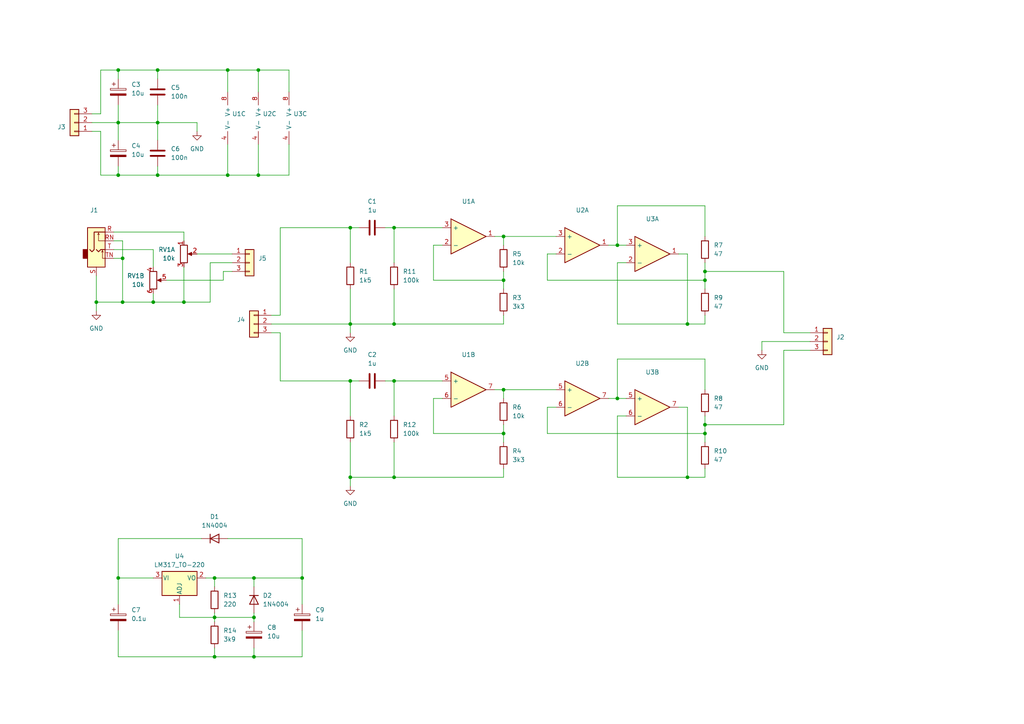
<source format=kicad_sch>
(kicad_sch (version 20230121) (generator eeschema)

  (uuid f154dd11-dd78-4e2a-aca3-97253a458208)

  (paper "A4")

  (lib_symbols
    (symbol "Connector_Audio:AudioJack2_Ground_Switch" (in_bom yes) (on_board yes)
      (property "Reference" "J1" (at -0.635 11.43 0)
        (effects (font (size 1.27 1.27)))
      )
      (property "Value" "AudioJack2_Ground_Switch" (at -0.635 8.89 0)
        (effects (font (size 1.27 1.27)) hide)
      )
      (property "Footprint" "Connector_Audio:Jack_3.5mm_CUI_SJ1-3525N_Horizontal" (at 0 5.08 0)
        (effects (font (size 1.27 1.27)) hide)
      )
      (property "Datasheet" "~" (at 0 5.08 0)
        (effects (font (size 1.27 1.27)) hide)
      )
      (property "ki_keywords" "audio jack receptacle mono headphones phone TS connector" (at 0 0 0)
        (effects (font (size 1.27 1.27)) hide)
      )
      (property "ki_description" "Audio Jack, 2 Poles (Mono / TS), Grounded Sleeve, Switched Pole (Normalling)" (at 0 0 0)
        (effects (font (size 1.27 1.27)) hide)
      )
      (property "ki_fp_filters" "Jack*" (at 0 0 0)
        (effects (font (size 1.27 1.27)) hide)
      )
      (symbol "AudioJack2_Ground_Switch_0_1"
        (rectangle (start -2.54 -2.54) (end -3.81 0)
          (stroke (width 0.254) (type default))
          (fill (type outline))
        )
        (rectangle (start 2.54 6.35) (end -2.54 -5.08)
          (stroke (width 0.254) (type default))
          (fill (type background))
        )
      )
      (symbol "AudioJack2_Ground_Switch_1_1"
        (polyline
          (pts
            (xy 0.635 4.826)
            (xy 0.889 4.318)
          )
          (stroke (width 0) (type default))
          (fill (type none))
        )
        (polyline
          (pts
            (xy 1.778 -0.254)
            (xy 2.032 -0.762)
          )
          (stroke (width 0) (type default))
          (fill (type none))
        )
        (polyline
          (pts
            (xy 0 0)
            (xy 0.635 -0.635)
            (xy 1.27 0)
            (xy 2.54 0)
          )
          (stroke (width 0.254) (type default))
          (fill (type none))
        )
        (polyline
          (pts
            (xy 2.54 -2.54)
            (xy 1.778 -2.54)
            (xy 1.778 -0.254)
            (xy 1.524 -0.762)
          )
          (stroke (width 0) (type default))
          (fill (type none))
        )
        (polyline
          (pts
            (xy 2.54 2.54)
            (xy 0.635 2.54)
            (xy 0.635 4.826)
            (xy 0.381 4.318)
          )
          (stroke (width 0) (type default))
          (fill (type none))
        )
        (polyline
          (pts
            (xy 2.54 5.08)
            (xy -0.635 5.08)
            (xy -0.635 0)
            (xy -1.27 -0.635)
            (xy -1.905 0)
          )
          (stroke (width 0.254) (type default))
          (fill (type none))
        )
        (pin passive line (at 5.08 5.08 180) (length 2.54)
          (name "~" (effects (font (size 1.27 1.27))))
          (number "R" (effects (font (size 1.27 1.27))))
        )
        (pin passive line (at 5.08 2.54 180) (length 2.54)
          (name "~" (effects (font (size 1.27 1.27))))
          (number "RN" (effects (font (size 1.27 1.27))))
        )
        (pin passive line (at 0 -7.62 90) (length 2.54)
          (name "~" (effects (font (size 1.27 1.27))))
          (number "S" (effects (font (size 1.27 1.27))))
        )
        (pin passive line (at 5.08 0 180) (length 2.54)
          (name "~" (effects (font (size 1.27 1.27))))
          (number "T" (effects (font (size 1.27 1.27))))
        )
        (pin passive line (at 5.08 -2.54 180) (length 2.54)
          (name "~" (effects (font (size 1.27 1.27))))
          (number "TN" (effects (font (size 1.27 1.27))))
        )
      )
    )
    (symbol "Connector_Generic:Conn_01x03" (pin_names (offset 1.016) hide) (in_bom yes) (on_board yes)
      (property "Reference" "J" (at 0 5.08 0)
        (effects (font (size 1.27 1.27)))
      )
      (property "Value" "Conn_01x03" (at 0 -5.08 0)
        (effects (font (size 1.27 1.27)))
      )
      (property "Footprint" "" (at 0 0 0)
        (effects (font (size 1.27 1.27)) hide)
      )
      (property "Datasheet" "~" (at 0 0 0)
        (effects (font (size 1.27 1.27)) hide)
      )
      (property "ki_keywords" "connector" (at 0 0 0)
        (effects (font (size 1.27 1.27)) hide)
      )
      (property "ki_description" "Generic connector, single row, 01x03, script generated (kicad-library-utils/schlib/autogen/connector/)" (at 0 0 0)
        (effects (font (size 1.27 1.27)) hide)
      )
      (property "ki_fp_filters" "Connector*:*_1x??_*" (at 0 0 0)
        (effects (font (size 1.27 1.27)) hide)
      )
      (symbol "Conn_01x03_1_1"
        (rectangle (start -1.27 -2.413) (end 0 -2.667)
          (stroke (width 0.1524) (type default))
          (fill (type none))
        )
        (rectangle (start -1.27 0.127) (end 0 -0.127)
          (stroke (width 0.1524) (type default))
          (fill (type none))
        )
        (rectangle (start -1.27 2.667) (end 0 2.413)
          (stroke (width 0.1524) (type default))
          (fill (type none))
        )
        (rectangle (start -1.27 3.81) (end 1.27 -3.81)
          (stroke (width 0.254) (type default))
          (fill (type background))
        )
        (pin passive line (at -5.08 2.54 0) (length 3.81)
          (name "Pin_1" (effects (font (size 1.27 1.27))))
          (number "1" (effects (font (size 1.27 1.27))))
        )
        (pin passive line (at -5.08 0 0) (length 3.81)
          (name "Pin_2" (effects (font (size 1.27 1.27))))
          (number "2" (effects (font (size 1.27 1.27))))
        )
        (pin passive line (at -5.08 -2.54 0) (length 3.81)
          (name "Pin_3" (effects (font (size 1.27 1.27))))
          (number "3" (effects (font (size 1.27 1.27))))
        )
      )
    )
    (symbol "Device:C" (pin_numbers hide) (pin_names (offset 0.254)) (in_bom yes) (on_board yes)
      (property "Reference" "C" (at 0.635 2.54 0)
        (effects (font (size 1.27 1.27)) (justify left))
      )
      (property "Value" "C" (at 0.635 -2.54 0)
        (effects (font (size 1.27 1.27)) (justify left))
      )
      (property "Footprint" "" (at 0.9652 -3.81 0)
        (effects (font (size 1.27 1.27)) hide)
      )
      (property "Datasheet" "~" (at 0 0 0)
        (effects (font (size 1.27 1.27)) hide)
      )
      (property "ki_keywords" "cap capacitor" (at 0 0 0)
        (effects (font (size 1.27 1.27)) hide)
      )
      (property "ki_description" "Unpolarized capacitor" (at 0 0 0)
        (effects (font (size 1.27 1.27)) hide)
      )
      (property "ki_fp_filters" "C_*" (at 0 0 0)
        (effects (font (size 1.27 1.27)) hide)
      )
      (symbol "C_0_1"
        (polyline
          (pts
            (xy -2.032 -0.762)
            (xy 2.032 -0.762)
          )
          (stroke (width 0.508) (type default))
          (fill (type none))
        )
        (polyline
          (pts
            (xy -2.032 0.762)
            (xy 2.032 0.762)
          )
          (stroke (width 0.508) (type default))
          (fill (type none))
        )
      )
      (symbol "C_1_1"
        (pin passive line (at 0 3.81 270) (length 2.794)
          (name "~" (effects (font (size 1.27 1.27))))
          (number "1" (effects (font (size 1.27 1.27))))
        )
        (pin passive line (at 0 -3.81 90) (length 2.794)
          (name "~" (effects (font (size 1.27 1.27))))
          (number "2" (effects (font (size 1.27 1.27))))
        )
      )
    )
    (symbol "Device:C_Polarized" (pin_numbers hide) (pin_names (offset 0.254)) (in_bom yes) (on_board yes)
      (property "Reference" "C" (at 0.635 2.54 0)
        (effects (font (size 1.27 1.27)) (justify left))
      )
      (property "Value" "C_Polarized" (at 0.635 -2.54 0)
        (effects (font (size 1.27 1.27)) (justify left))
      )
      (property "Footprint" "" (at 0.9652 -3.81 0)
        (effects (font (size 1.27 1.27)) hide)
      )
      (property "Datasheet" "~" (at 0 0 0)
        (effects (font (size 1.27 1.27)) hide)
      )
      (property "ki_keywords" "cap capacitor" (at 0 0 0)
        (effects (font (size 1.27 1.27)) hide)
      )
      (property "ki_description" "Polarized capacitor" (at 0 0 0)
        (effects (font (size 1.27 1.27)) hide)
      )
      (property "ki_fp_filters" "CP_*" (at 0 0 0)
        (effects (font (size 1.27 1.27)) hide)
      )
      (symbol "C_Polarized_0_1"
        (rectangle (start -2.286 0.508) (end 2.286 1.016)
          (stroke (width 0) (type default))
          (fill (type none))
        )
        (polyline
          (pts
            (xy -1.778 2.286)
            (xy -0.762 2.286)
          )
          (stroke (width 0) (type default))
          (fill (type none))
        )
        (polyline
          (pts
            (xy -1.27 2.794)
            (xy -1.27 1.778)
          )
          (stroke (width 0) (type default))
          (fill (type none))
        )
        (rectangle (start 2.286 -0.508) (end -2.286 -1.016)
          (stroke (width 0) (type default))
          (fill (type outline))
        )
      )
      (symbol "C_Polarized_1_1"
        (pin passive line (at 0 3.81 270) (length 2.794)
          (name "~" (effects (font (size 1.27 1.27))))
          (number "1" (effects (font (size 1.27 1.27))))
        )
        (pin passive line (at 0 -3.81 90) (length 2.794)
          (name "~" (effects (font (size 1.27 1.27))))
          (number "2" (effects (font (size 1.27 1.27))))
        )
      )
    )
    (symbol "Device:Opamp_Dual" (in_bom yes) (on_board yes)
      (property "Reference" "U" (at 0 5.08 0)
        (effects (font (size 1.27 1.27)) (justify left))
      )
      (property "Value" "Opamp_Dual" (at 0 -5.08 0)
        (effects (font (size 1.27 1.27)) (justify left))
      )
      (property "Footprint" "" (at 0 0 0)
        (effects (font (size 1.27 1.27)) hide)
      )
      (property "Datasheet" "~" (at 0 0 0)
        (effects (font (size 1.27 1.27)) hide)
      )
      (property "Sim.Library" "${KICAD7_SYMBOL_DIR}/Simulation_SPICE.sp" (at 0 0 0)
        (effects (font (size 1.27 1.27)) hide)
      )
      (property "Sim.Name" "kicad_builtin_opamp_dual" (at 0 0 0)
        (effects (font (size 1.27 1.27)) hide)
      )
      (property "Sim.Device" "SUBCKT" (at 0 0 0)
        (effects (font (size 1.27 1.27)) hide)
      )
      (property "Sim.Pins" "1=out1 2=in1- 3=in1+ 4=vee 5=in2+ 6=in2- 7=out2 8=vcc" (at 0 0 0)
        (effects (font (size 1.27 1.27)) hide)
      )
      (property "ki_locked" "" (at 0 0 0)
        (effects (font (size 1.27 1.27)))
      )
      (property "ki_keywords" "dual opamp" (at 0 0 0)
        (effects (font (size 1.27 1.27)) hide)
      )
      (property "ki_description" "Dual operational amplifier" (at 0 0 0)
        (effects (font (size 1.27 1.27)) hide)
      )
      (property "ki_fp_filters" "SOIC*3.9x4.9mm*P1.27mm* DIP*W7.62mm* MSOP*3x3mm*P0.65mm* SSOP*2.95x2.8mm*P0.65mm* TSSOP*3x3mm*P0.65mm* VSSOP*P0.5mm* TO?99*" (at 0 0 0)
        (effects (font (size 1.27 1.27)) hide)
      )
      (symbol "Opamp_Dual_1_1"
        (polyline
          (pts
            (xy -5.08 5.08)
            (xy 5.08 0)
            (xy -5.08 -5.08)
            (xy -5.08 5.08)
          )
          (stroke (width 0.254) (type default))
          (fill (type background))
        )
        (pin output line (at 7.62 0 180) (length 2.54)
          (name "~" (effects (font (size 1.27 1.27))))
          (number "1" (effects (font (size 1.27 1.27))))
        )
        (pin input line (at -7.62 -2.54 0) (length 2.54)
          (name "-" (effects (font (size 1.27 1.27))))
          (number "2" (effects (font (size 1.27 1.27))))
        )
        (pin input line (at -7.62 2.54 0) (length 2.54)
          (name "+" (effects (font (size 1.27 1.27))))
          (number "3" (effects (font (size 1.27 1.27))))
        )
      )
      (symbol "Opamp_Dual_2_1"
        (polyline
          (pts
            (xy -5.08 5.08)
            (xy 5.08 0)
            (xy -5.08 -5.08)
            (xy -5.08 5.08)
          )
          (stroke (width 0.254) (type default))
          (fill (type background))
        )
        (pin input line (at -7.62 2.54 0) (length 2.54)
          (name "+" (effects (font (size 1.27 1.27))))
          (number "5" (effects (font (size 1.27 1.27))))
        )
        (pin input line (at -7.62 -2.54 0) (length 2.54)
          (name "-" (effects (font (size 1.27 1.27))))
          (number "6" (effects (font (size 1.27 1.27))))
        )
        (pin output line (at 7.62 0 180) (length 2.54)
          (name "~" (effects (font (size 1.27 1.27))))
          (number "7" (effects (font (size 1.27 1.27))))
        )
      )
      (symbol "Opamp_Dual_3_1"
        (pin power_in line (at -2.54 -7.62 90) (length 3.81)
          (name "V-" (effects (font (size 1.27 1.27))))
          (number "4" (effects (font (size 1.27 1.27))))
        )
        (pin power_in line (at -2.54 7.62 270) (length 3.81)
          (name "V+" (effects (font (size 1.27 1.27))))
          (number "8" (effects (font (size 1.27 1.27))))
        )
      )
    )
    (symbol "Device:R" (pin_numbers hide) (pin_names (offset 0)) (in_bom yes) (on_board yes)
      (property "Reference" "R" (at 2.032 0 90)
        (effects (font (size 1.27 1.27)))
      )
      (property "Value" "R" (at 0 0 90)
        (effects (font (size 1.27 1.27)))
      )
      (property "Footprint" "" (at -1.778 0 90)
        (effects (font (size 1.27 1.27)) hide)
      )
      (property "Datasheet" "~" (at 0 0 0)
        (effects (font (size 1.27 1.27)) hide)
      )
      (property "ki_keywords" "R res resistor" (at 0 0 0)
        (effects (font (size 1.27 1.27)) hide)
      )
      (property "ki_description" "Resistor" (at 0 0 0)
        (effects (font (size 1.27 1.27)) hide)
      )
      (property "ki_fp_filters" "R_*" (at 0 0 0)
        (effects (font (size 1.27 1.27)) hide)
      )
      (symbol "R_0_1"
        (rectangle (start -1.016 -2.54) (end 1.016 2.54)
          (stroke (width 0.254) (type default))
          (fill (type none))
        )
      )
      (symbol "R_1_1"
        (pin passive line (at 0 3.81 270) (length 1.27)
          (name "~" (effects (font (size 1.27 1.27))))
          (number "1" (effects (font (size 1.27 1.27))))
        )
        (pin passive line (at 0 -3.81 90) (length 1.27)
          (name "~" (effects (font (size 1.27 1.27))))
          (number "2" (effects (font (size 1.27 1.27))))
        )
      )
    )
    (symbol "Device:R_Potentiometer_Dual_Separate" (pin_names (offset 1.016) hide) (in_bom yes) (on_board yes)
      (property "Reference" "RV" (at -4.445 0 90)
        (effects (font (size 1.27 1.27)))
      )
      (property "Value" "R_Potentiometer_Dual_Separate" (at -2.54 0 90)
        (effects (font (size 1.27 1.27)))
      )
      (property "Footprint" "" (at 0 0 0)
        (effects (font (size 1.27 1.27)) hide)
      )
      (property "Datasheet" "~" (at 0 0 0)
        (effects (font (size 1.27 1.27)) hide)
      )
      (property "ki_keywords" "resistor variable" (at 0 0 0)
        (effects (font (size 1.27 1.27)) hide)
      )
      (property "ki_description" "Dual potentiometer, separate units" (at 0 0 0)
        (effects (font (size 1.27 1.27)) hide)
      )
      (property "ki_fp_filters" "Potentiometer*" (at 0 0 0)
        (effects (font (size 1.27 1.27)) hide)
      )
      (symbol "R_Potentiometer_Dual_Separate_0_1"
        (polyline
          (pts
            (xy 2.54 0)
            (xy 1.524 0)
          )
          (stroke (width 0) (type default))
          (fill (type none))
        )
        (polyline
          (pts
            (xy 1.143 0)
            (xy 2.286 0.508)
            (xy 2.286 -0.508)
            (xy 1.143 0)
          )
          (stroke (width 0) (type default))
          (fill (type outline))
        )
        (rectangle (start 1.016 2.54) (end -1.016 -2.54)
          (stroke (width 0.254) (type default))
          (fill (type none))
        )
      )
      (symbol "R_Potentiometer_Dual_Separate_1_1"
        (pin passive line (at 0 3.81 270) (length 1.27)
          (name "1" (effects (font (size 1.27 1.27))))
          (number "1" (effects (font (size 1.27 1.27))))
        )
        (pin passive line (at 3.81 0 180) (length 1.27)
          (name "2" (effects (font (size 1.27 1.27))))
          (number "2" (effects (font (size 1.27 1.27))))
        )
        (pin passive line (at 0 -3.81 90) (length 1.27)
          (name "3" (effects (font (size 1.27 1.27))))
          (number "3" (effects (font (size 1.27 1.27))))
        )
      )
      (symbol "R_Potentiometer_Dual_Separate_2_1"
        (pin passive line (at 0 3.81 270) (length 1.27)
          (name "4" (effects (font (size 1.27 1.27))))
          (number "4" (effects (font (size 1.27 1.27))))
        )
        (pin passive line (at 3.81 0 180) (length 1.27)
          (name "5" (effects (font (size 1.27 1.27))))
          (number "5" (effects (font (size 1.27 1.27))))
        )
        (pin passive line (at 0 -3.81 90) (length 1.27)
          (name "6" (effects (font (size 1.27 1.27))))
          (number "6" (effects (font (size 1.27 1.27))))
        )
      )
    )
    (symbol "Diode:1N4004" (pin_numbers hide) (pin_names hide) (in_bom yes) (on_board yes)
      (property "Reference" "D" (at 0 2.54 0)
        (effects (font (size 1.27 1.27)))
      )
      (property "Value" "1N4004" (at 0 -2.54 0)
        (effects (font (size 1.27 1.27)))
      )
      (property "Footprint" "Diode_THT:D_DO-41_SOD81_P10.16mm_Horizontal" (at 0 -4.445 0)
        (effects (font (size 1.27 1.27)) hide)
      )
      (property "Datasheet" "http://www.vishay.com/docs/88503/1n4001.pdf" (at 0 0 0)
        (effects (font (size 1.27 1.27)) hide)
      )
      (property "Sim.Device" "D" (at 0 0 0)
        (effects (font (size 1.27 1.27)) hide)
      )
      (property "Sim.Pins" "1=K 2=A" (at 0 0 0)
        (effects (font (size 1.27 1.27)) hide)
      )
      (property "ki_keywords" "diode" (at 0 0 0)
        (effects (font (size 1.27 1.27)) hide)
      )
      (property "ki_description" "400V 1A General Purpose Rectifier Diode, DO-41" (at 0 0 0)
        (effects (font (size 1.27 1.27)) hide)
      )
      (property "ki_fp_filters" "D*DO?41*" (at 0 0 0)
        (effects (font (size 1.27 1.27)) hide)
      )
      (symbol "1N4004_0_1"
        (polyline
          (pts
            (xy -1.27 1.27)
            (xy -1.27 -1.27)
          )
          (stroke (width 0.254) (type default))
          (fill (type none))
        )
        (polyline
          (pts
            (xy 1.27 0)
            (xy -1.27 0)
          )
          (stroke (width 0) (type default))
          (fill (type none))
        )
        (polyline
          (pts
            (xy 1.27 1.27)
            (xy 1.27 -1.27)
            (xy -1.27 0)
            (xy 1.27 1.27)
          )
          (stroke (width 0.254) (type default))
          (fill (type none))
        )
      )
      (symbol "1N4004_1_1"
        (pin passive line (at -3.81 0 0) (length 2.54)
          (name "K" (effects (font (size 1.27 1.27))))
          (number "1" (effects (font (size 1.27 1.27))))
        )
        (pin passive line (at 3.81 0 180) (length 2.54)
          (name "A" (effects (font (size 1.27 1.27))))
          (number "2" (effects (font (size 1.27 1.27))))
        )
      )
    )
    (symbol "Regulator_Linear:LM317_TO-220" (pin_names (offset 0.254)) (in_bom yes) (on_board yes)
      (property "Reference" "U" (at -3.81 3.175 0)
        (effects (font (size 1.27 1.27)))
      )
      (property "Value" "LM317_TO-220" (at 0 3.175 0)
        (effects (font (size 1.27 1.27)) (justify left))
      )
      (property "Footprint" "Package_TO_SOT_THT:TO-220-3_Vertical" (at 0 6.35 0)
        (effects (font (size 1.27 1.27) italic) hide)
      )
      (property "Datasheet" "http://www.ti.com/lit/ds/symlink/lm317.pdf" (at 0 0 0)
        (effects (font (size 1.27 1.27)) hide)
      )
      (property "ki_keywords" "Adjustable Voltage Regulator 1A Positive" (at 0 0 0)
        (effects (font (size 1.27 1.27)) hide)
      )
      (property "ki_description" "1.5A 35V Adjustable Linear Regulator, TO-220" (at 0 0 0)
        (effects (font (size 1.27 1.27)) hide)
      )
      (property "ki_fp_filters" "TO?220*" (at 0 0 0)
        (effects (font (size 1.27 1.27)) hide)
      )
      (symbol "LM317_TO-220_0_1"
        (rectangle (start -5.08 1.905) (end 5.08 -5.08)
          (stroke (width 0.254) (type default))
          (fill (type background))
        )
      )
      (symbol "LM317_TO-220_1_1"
        (pin input line (at 0 -7.62 90) (length 2.54)
          (name "ADJ" (effects (font (size 1.27 1.27))))
          (number "1" (effects (font (size 1.27 1.27))))
        )
        (pin power_out line (at 7.62 0 180) (length 2.54)
          (name "VO" (effects (font (size 1.27 1.27))))
          (number "2" (effects (font (size 1.27 1.27))))
        )
        (pin power_in line (at -7.62 0 0) (length 2.54)
          (name "VI" (effects (font (size 1.27 1.27))))
          (number "3" (effects (font (size 1.27 1.27))))
        )
      )
    )
    (symbol "power:GND" (power) (pin_names (offset 0)) (in_bom yes) (on_board yes)
      (property "Reference" "#PWR" (at 0 -6.35 0)
        (effects (font (size 1.27 1.27)) hide)
      )
      (property "Value" "GND" (at 0 -3.81 0)
        (effects (font (size 1.27 1.27)))
      )
      (property "Footprint" "" (at 0 0 0)
        (effects (font (size 1.27 1.27)) hide)
      )
      (property "Datasheet" "" (at 0 0 0)
        (effects (font (size 1.27 1.27)) hide)
      )
      (property "ki_keywords" "global power" (at 0 0 0)
        (effects (font (size 1.27 1.27)) hide)
      )
      (property "ki_description" "Power symbol creates a global label with name \"GND\" , ground" (at 0 0 0)
        (effects (font (size 1.27 1.27)) hide)
      )
      (symbol "GND_0_1"
        (polyline
          (pts
            (xy 0 0)
            (xy 0 -1.27)
            (xy 1.27 -1.27)
            (xy 0 -2.54)
            (xy -1.27 -1.27)
            (xy 0 -1.27)
          )
          (stroke (width 0) (type default))
          (fill (type none))
        )
      )
      (symbol "GND_1_1"
        (pin power_in line (at 0 0 270) (length 0) hide
          (name "GND" (effects (font (size 1.27 1.27))))
          (number "1" (effects (font (size 1.27 1.27))))
        )
      )
    )
  )

  (junction (at 53.34 87.63) (diameter 0) (color 0 0 0 0)
    (uuid 0106639e-83ab-4197-be88-52bbb50a32a4)
  )
  (junction (at 204.47 81.28) (diameter 0) (color 0 0 0 0)
    (uuid 05a0a548-677e-474b-b682-12deb0119a64)
  )
  (junction (at 73.66 190.5) (diameter 0) (color 0 0 0 0)
    (uuid 0f88153f-2edd-4d6f-9d4d-7df996c08ad8)
  )
  (junction (at 146.05 68.58) (diameter 0) (color 0 0 0 0)
    (uuid 1087cb35-f78c-46f8-a0be-7364e8c51739)
  )
  (junction (at 34.29 35.56) (diameter 0) (color 0 0 0 0)
    (uuid 15f9fcd6-e2be-4431-8d0c-4a636e2957fc)
  )
  (junction (at 35.56 74.93) (diameter 0) (color 0 0 0 0)
    (uuid 17fe7e1a-b5a9-4bde-8ba9-ceb6e9d313a5)
  )
  (junction (at 27.94 87.63) (diameter 0) (color 0 0 0 0)
    (uuid 2147af95-69bb-440c-9639-5bee63d32738)
  )
  (junction (at 199.39 93.98) (diameter 0) (color 0 0 0 0)
    (uuid 21d05c6c-5e06-4e9a-a935-fdd0a17c9b49)
  )
  (junction (at 199.39 138.43) (diameter 0) (color 0 0 0 0)
    (uuid 23f6d466-5933-43ae-b011-42c008e1b56c)
  )
  (junction (at 73.66 167.64) (diameter 0) (color 0 0 0 0)
    (uuid 25a59562-dce2-473c-8744-36c5aa0ec799)
  )
  (junction (at 204.47 125.73) (diameter 0) (color 0 0 0 0)
    (uuid 35eed990-94e1-4d6b-adea-898a67ed5579)
  )
  (junction (at 62.23 179.07) (diameter 0) (color 0 0 0 0)
    (uuid 3947fe97-fe85-451c-97f4-6bb9c863b4ca)
  )
  (junction (at 204.47 123.19) (diameter 0) (color 0 0 0 0)
    (uuid 399efd3a-fb19-45f4-ad1d-6fb96bc003c9)
  )
  (junction (at 74.93 20.32) (diameter 0) (color 0 0 0 0)
    (uuid 528d8c8e-cea2-4c0c-a95c-e520fe9fa575)
  )
  (junction (at 45.72 35.56) (diameter 0) (color 0 0 0 0)
    (uuid 52af36a8-283d-4da7-b593-184f8525f9c2)
  )
  (junction (at 101.6 93.98) (diameter 0) (color 0 0 0 0)
    (uuid 53c47378-8f1a-4559-baea-170968670652)
  )
  (junction (at 146.05 81.28) (diameter 0) (color 0 0 0 0)
    (uuid 57db793d-a64b-436a-867f-12c7cf7598da)
  )
  (junction (at 179.07 71.12) (diameter 0) (color 0 0 0 0)
    (uuid 5947ca7d-f3d1-4500-968f-8010f39be8bb)
  )
  (junction (at 34.29 167.64) (diameter 0) (color 0 0 0 0)
    (uuid 5e3981d1-afec-45c7-a370-a67eababa0d0)
  )
  (junction (at 179.07 115.57) (diameter 0) (color 0 0 0 0)
    (uuid 67643763-07f3-48ff-a8e6-298b02de2c59)
  )
  (junction (at 45.72 50.8) (diameter 0) (color 0 0 0 0)
    (uuid 6a385b10-1f76-412b-b7f0-aca6209092cc)
  )
  (junction (at 146.05 125.73) (diameter 0) (color 0 0 0 0)
    (uuid 6bf53f3d-4080-494f-b827-698fb9d62096)
  )
  (junction (at 45.72 20.32) (diameter 0) (color 0 0 0 0)
    (uuid 6c362ea7-f111-4b49-9ef2-931c8b1e7bbe)
  )
  (junction (at 101.6 110.49) (diameter 0) (color 0 0 0 0)
    (uuid 6ef8a463-2823-45b4-ac1d-48be88088a53)
  )
  (junction (at 204.47 78.74) (diameter 0) (color 0 0 0 0)
    (uuid 6f47495d-0314-45ef-94a3-ff8934cc1d24)
  )
  (junction (at 114.3 110.49) (diameter 0) (color 0 0 0 0)
    (uuid 7bffa2a6-b5ff-4a22-81e1-414a355fda68)
  )
  (junction (at 114.3 138.43) (diameter 0) (color 0 0 0 0)
    (uuid 9a462fb3-6e2a-4683-90dc-81b2bcccdce9)
  )
  (junction (at 146.05 113.03) (diameter 0) (color 0 0 0 0)
    (uuid 9f9a8334-02cb-4acb-9ec1-0ee227cbee43)
  )
  (junction (at 66.04 50.8) (diameter 0) (color 0 0 0 0)
    (uuid a4506ac9-3798-4f7e-8af4-c56930a69439)
  )
  (junction (at 101.6 66.04) (diameter 0) (color 0 0 0 0)
    (uuid ab7ba31c-421f-4d44-ad0c-8304c0a85bcc)
  )
  (junction (at 114.3 66.04) (diameter 0) (color 0 0 0 0)
    (uuid af11ab82-08ae-44a9-a2d0-0877788248b0)
  )
  (junction (at 34.29 20.32) (diameter 0) (color 0 0 0 0)
    (uuid aff97cfc-a221-4471-840d-dda608c2e1ad)
  )
  (junction (at 62.23 190.5) (diameter 0) (color 0 0 0 0)
    (uuid b694f262-7e83-4d2f-9854-a0a14cf5ccd0)
  )
  (junction (at 35.56 87.63) (diameter 0) (color 0 0 0 0)
    (uuid b8bdcf6b-745c-4b21-8e1c-dd2f5b6f0b46)
  )
  (junction (at 66.04 20.32) (diameter 0) (color 0 0 0 0)
    (uuid be71a056-f9b3-4047-8cb1-71f915a27ab1)
  )
  (junction (at 74.93 50.8) (diameter 0) (color 0 0 0 0)
    (uuid c148f047-fbfc-4812-9ca1-9ff8f3b63504)
  )
  (junction (at 44.45 87.63) (diameter 0) (color 0 0 0 0)
    (uuid c6f5d11e-e117-4c93-b43c-affeee5c9c37)
  )
  (junction (at 62.23 167.64) (diameter 0) (color 0 0 0 0)
    (uuid cb35dd7c-96a4-494f-a855-c7b592a64208)
  )
  (junction (at 73.66 179.07) (diameter 0) (color 0 0 0 0)
    (uuid e2961439-ef3c-4f4f-9ae2-cfb46d00e174)
  )
  (junction (at 114.3 93.98) (diameter 0) (color 0 0 0 0)
    (uuid e4602ee6-6afb-453d-a4d8-c4316e17bc74)
  )
  (junction (at 34.29 50.8) (diameter 0) (color 0 0 0 0)
    (uuid e8bc6144-8e2d-41ab-9ad6-ad9889613ff3)
  )
  (junction (at 101.6 138.43) (diameter 0) (color 0 0 0 0)
    (uuid fae9b8b0-092d-4620-87de-e8c2f0ac9679)
  )
  (junction (at 87.63 167.64) (diameter 0) (color 0 0 0 0)
    (uuid fcba9258-2dfa-4b5f-ba20-4f89cabed13f)
  )

  (wire (pts (xy 146.05 138.43) (xy 114.3 138.43))
    (stroke (width 0) (type default))
    (uuid 023bbef4-45e1-47e2-a139-ed1bd844deeb)
  )
  (wire (pts (xy 81.28 96.52) (xy 81.28 110.49))
    (stroke (width 0) (type default))
    (uuid 03f843e4-5283-4127-bed6-a6ed4f2227fe)
  )
  (wire (pts (xy 125.73 115.57) (xy 125.73 125.73))
    (stroke (width 0) (type default))
    (uuid 048741d4-3d5c-4f14-90d2-4509056fb285)
  )
  (wire (pts (xy 29.21 20.32) (xy 34.29 20.32))
    (stroke (width 0) (type default))
    (uuid 088dbe02-999f-4e0a-86bb-61afe7a241a0)
  )
  (wire (pts (xy 73.66 179.07) (xy 73.66 177.8))
    (stroke (width 0) (type default))
    (uuid 09ec708e-4c85-4e13-9b75-486721c0b404)
  )
  (wire (pts (xy 45.72 35.56) (xy 45.72 40.64))
    (stroke (width 0) (type default))
    (uuid 0bc89748-1d7e-4dfc-bd99-53e677d98ac6)
  )
  (wire (pts (xy 53.34 77.47) (xy 53.34 87.63))
    (stroke (width 0) (type default))
    (uuid 0dc7ca9a-a443-4ab6-9d1d-438e4ad169b8)
  )
  (wire (pts (xy 57.15 73.66) (xy 67.31 73.66))
    (stroke (width 0) (type default))
    (uuid 0f05ecca-7461-4e88-a1b8-1c2e882e2cc7)
  )
  (wire (pts (xy 146.05 113.03) (xy 146.05 115.57))
    (stroke (width 0) (type default))
    (uuid 0fbca418-4d38-4b07-bea0-a623da84d370)
  )
  (wire (pts (xy 66.04 50.8) (xy 66.04 41.91))
    (stroke (width 0) (type default))
    (uuid 12c55a1d-f079-466a-80fe-f85b9d44d7cf)
  )
  (wire (pts (xy 125.73 125.73) (xy 146.05 125.73))
    (stroke (width 0) (type default))
    (uuid 13e226d5-4820-4497-a417-ba365b2704ae)
  )
  (wire (pts (xy 66.04 20.32) (xy 66.04 26.67))
    (stroke (width 0) (type default))
    (uuid 149f7457-ad5d-44d8-8f99-cb234b8ce6c3)
  )
  (wire (pts (xy 101.6 66.04) (xy 81.28 66.04))
    (stroke (width 0) (type default))
    (uuid 154cbffa-827a-4cb0-bffa-12bec2d6cbd5)
  )
  (wire (pts (xy 199.39 118.11) (xy 199.39 138.43))
    (stroke (width 0) (type default))
    (uuid 17cc254d-583f-4ec1-bc28-fe47d8d24e79)
  )
  (wire (pts (xy 66.04 156.21) (xy 87.63 156.21))
    (stroke (width 0) (type default))
    (uuid 19c9323c-69dd-4df4-b26d-33fa1c726681)
  )
  (wire (pts (xy 34.29 20.32) (xy 34.29 22.86))
    (stroke (width 0) (type default))
    (uuid 19f84df9-af80-4531-843b-06267b391ed8)
  )
  (wire (pts (xy 111.76 66.04) (xy 114.3 66.04))
    (stroke (width 0) (type default))
    (uuid 23ea2591-8ba0-4aba-8cd1-481ef94cae53)
  )
  (wire (pts (xy 181.61 120.65) (xy 179.07 120.65))
    (stroke (width 0) (type default))
    (uuid 24f815e6-2675-4f5f-90dd-d2cd2362eca3)
  )
  (wire (pts (xy 199.39 93.98) (xy 204.47 93.98))
    (stroke (width 0) (type default))
    (uuid 2507ae58-28f7-4894-a221-229306fd5425)
  )
  (wire (pts (xy 101.6 138.43) (xy 101.6 128.27))
    (stroke (width 0) (type default))
    (uuid 25b96d37-b9eb-48cc-bad9-3dc18d6af18f)
  )
  (wire (pts (xy 44.45 85.09) (xy 44.45 87.63))
    (stroke (width 0) (type default))
    (uuid 274c28a1-c945-4eba-a0ec-7e81333f0149)
  )
  (wire (pts (xy 73.66 190.5) (xy 62.23 190.5))
    (stroke (width 0) (type default))
    (uuid 2b70cc68-2edd-4a90-945f-095898fd553d)
  )
  (wire (pts (xy 227.33 96.52) (xy 234.95 96.52))
    (stroke (width 0) (type default))
    (uuid 2cf98005-1096-4719-a7a4-64a667614a65)
  )
  (wire (pts (xy 34.29 20.32) (xy 45.72 20.32))
    (stroke (width 0) (type default))
    (uuid 2d2b3aba-c196-42a0-8f63-fcfbf468b902)
  )
  (wire (pts (xy 87.63 190.5) (xy 73.66 190.5))
    (stroke (width 0) (type default))
    (uuid 2ea27f61-18f0-46ff-9dd0-6e7af81e9f8f)
  )
  (wire (pts (xy 73.66 167.64) (xy 73.66 170.18))
    (stroke (width 0) (type default))
    (uuid 2ff59241-58c3-4b77-b977-512e36b4e426)
  )
  (wire (pts (xy 146.05 91.44) (xy 146.05 93.98))
    (stroke (width 0) (type default))
    (uuid 307811ce-a247-41e4-8cf4-58a11e8dff09)
  )
  (wire (pts (xy 179.07 104.14) (xy 204.47 104.14))
    (stroke (width 0) (type default))
    (uuid 30b4263a-acd0-44fa-9864-04eebfc00170)
  )
  (wire (pts (xy 87.63 182.88) (xy 87.63 190.5))
    (stroke (width 0) (type default))
    (uuid 31ad91e2-8fdd-4701-bdac-017e52a454ef)
  )
  (wire (pts (xy 114.3 138.43) (xy 114.3 128.27))
    (stroke (width 0) (type default))
    (uuid 33ccefac-5349-4a9f-b82a-e8ea15552f68)
  )
  (wire (pts (xy 87.63 156.21) (xy 87.63 167.64))
    (stroke (width 0) (type default))
    (uuid 33de4809-0817-402a-8b12-2859a313a049)
  )
  (wire (pts (xy 114.3 66.04) (xy 114.3 76.2))
    (stroke (width 0) (type default))
    (uuid 3586ea73-ebff-4179-bffa-26b2e7bd3411)
  )
  (wire (pts (xy 64.77 81.28) (xy 64.77 78.74))
    (stroke (width 0) (type default))
    (uuid 368ad473-a4bf-4db9-9758-7a05cf842efc)
  )
  (wire (pts (xy 158.75 81.28) (xy 204.47 81.28))
    (stroke (width 0) (type default))
    (uuid 36eed1dd-1420-4021-8ae6-c6340bc187ee)
  )
  (wire (pts (xy 44.45 167.64) (xy 34.29 167.64))
    (stroke (width 0) (type default))
    (uuid 3879ee3f-6afd-42eb-b00c-6c48e808bc88)
  )
  (wire (pts (xy 179.07 93.98) (xy 199.39 93.98))
    (stroke (width 0) (type default))
    (uuid 39a3ee98-ad13-4c9e-9359-29530f1755ad)
  )
  (wire (pts (xy 62.23 177.8) (xy 62.23 179.07))
    (stroke (width 0) (type default))
    (uuid 3a109ee8-3e7d-4d86-81af-0ea7c3b96bb1)
  )
  (wire (pts (xy 161.29 118.11) (xy 158.75 118.11))
    (stroke (width 0) (type default))
    (uuid 3a3e1ef6-115b-44e6-864a-7d0eb73667ca)
  )
  (wire (pts (xy 220.98 99.06) (xy 234.95 99.06))
    (stroke (width 0) (type default))
    (uuid 3a88184d-75f1-478d-ab1f-a60a4c18e6b5)
  )
  (wire (pts (xy 101.6 66.04) (xy 101.6 76.2))
    (stroke (width 0) (type default))
    (uuid 3ba99222-f1c2-4c07-b2e3-9512c79f7b0d)
  )
  (wire (pts (xy 53.34 87.63) (xy 44.45 87.63))
    (stroke (width 0) (type default))
    (uuid 3bdd0603-96c6-47a3-87cc-74ce9dfc1e8a)
  )
  (wire (pts (xy 227.33 123.19) (xy 227.33 101.6))
    (stroke (width 0) (type default))
    (uuid 3c3cbed7-5364-4a08-befb-6e337ecfe7fe)
  )
  (wire (pts (xy 27.94 80.01) (xy 27.94 87.63))
    (stroke (width 0) (type default))
    (uuid 3f54306d-3d3d-47b1-8e43-e963f5c7193d)
  )
  (wire (pts (xy 114.3 93.98) (xy 101.6 93.98))
    (stroke (width 0) (type default))
    (uuid 40292dd9-9866-458d-aeb5-266bbc2c95a4)
  )
  (wire (pts (xy 45.72 20.32) (xy 45.72 22.86))
    (stroke (width 0) (type default))
    (uuid 410911f2-597c-464c-bb47-e13ea1a6a002)
  )
  (wire (pts (xy 45.72 50.8) (xy 66.04 50.8))
    (stroke (width 0) (type default))
    (uuid 4304835d-4c95-433e-b552-4df365654ad9)
  )
  (wire (pts (xy 33.02 69.85) (xy 35.56 69.85))
    (stroke (width 0) (type default))
    (uuid 45555e5e-88ac-43ef-b239-278a24fa8abd)
  )
  (wire (pts (xy 81.28 66.04) (xy 81.28 91.44))
    (stroke (width 0) (type default))
    (uuid 4662af62-5618-4790-a597-4b812f2a6d07)
  )
  (wire (pts (xy 62.23 179.07) (xy 62.23 180.34))
    (stroke (width 0) (type default))
    (uuid 467437d4-bbfa-45ba-a8ab-bfe764aa44b7)
  )
  (wire (pts (xy 62.23 179.07) (xy 73.66 179.07))
    (stroke (width 0) (type default))
    (uuid 469478e3-fe3d-4472-b40d-3baf1552caa5)
  )
  (wire (pts (xy 29.21 38.1) (xy 29.21 50.8))
    (stroke (width 0) (type default))
    (uuid 47d511e7-a032-4215-82fb-31873eb05eff)
  )
  (wire (pts (xy 35.56 87.63) (xy 44.45 87.63))
    (stroke (width 0) (type default))
    (uuid 48f8fdbb-389e-454a-9c11-e30c0dd5844d)
  )
  (wire (pts (xy 78.74 93.98) (xy 101.6 93.98))
    (stroke (width 0) (type default))
    (uuid 499476f4-455b-447e-acf7-7514782ed339)
  )
  (wire (pts (xy 34.29 35.56) (xy 45.72 35.56))
    (stroke (width 0) (type default))
    (uuid 4a309b6e-2b8f-4c49-ad0b-13b420ab76c3)
  )
  (wire (pts (xy 161.29 73.66) (xy 158.75 73.66))
    (stroke (width 0) (type default))
    (uuid 4a599e1a-5e03-477f-8a02-949e2f568fc0)
  )
  (wire (pts (xy 204.47 123.19) (xy 227.33 123.19))
    (stroke (width 0) (type default))
    (uuid 4a89df8c-44fd-4d27-adda-3baea684a2eb)
  )
  (wire (pts (xy 114.3 110.49) (xy 128.27 110.49))
    (stroke (width 0) (type default))
    (uuid 4d5fefaf-b744-4172-bc97-d14b8841af2c)
  )
  (wire (pts (xy 199.39 73.66) (xy 199.39 93.98))
    (stroke (width 0) (type default))
    (uuid 4e3d3d08-35de-4c31-916a-7febd53d4681)
  )
  (wire (pts (xy 101.6 93.98) (xy 101.6 83.82))
    (stroke (width 0) (type default))
    (uuid 5396c285-5797-49b9-ba46-f1d650a09f0e)
  )
  (wire (pts (xy 101.6 110.49) (xy 101.6 120.65))
    (stroke (width 0) (type default))
    (uuid 53a852aa-2db4-414a-9f86-a9318c79167a)
  )
  (wire (pts (xy 67.31 76.2) (xy 60.96 76.2))
    (stroke (width 0) (type default))
    (uuid 55892fd8-5c64-447c-8a1f-3124b925d65a)
  )
  (wire (pts (xy 81.28 91.44) (xy 78.74 91.44))
    (stroke (width 0) (type default))
    (uuid 57b6dd18-c4ae-408d-8fb3-6ae6db0b5bad)
  )
  (wire (pts (xy 74.93 20.32) (xy 83.82 20.32))
    (stroke (width 0) (type default))
    (uuid 5826bfef-a592-4377-83a5-018feda94540)
  )
  (wire (pts (xy 204.47 59.69) (xy 179.07 59.69))
    (stroke (width 0) (type default))
    (uuid 58b4047d-3142-4aaa-9ef8-13567435d94a)
  )
  (wire (pts (xy 35.56 87.63) (xy 27.94 87.63))
    (stroke (width 0) (type default))
    (uuid 593144cd-1fdd-4fc9-ab58-7c0638fe4d18)
  )
  (wire (pts (xy 143.51 68.58) (xy 146.05 68.58))
    (stroke (width 0) (type default))
    (uuid 59c7320f-4387-4126-beed-fff6d617c6eb)
  )
  (wire (pts (xy 125.73 81.28) (xy 146.05 81.28))
    (stroke (width 0) (type default))
    (uuid 5b39923c-8e58-4068-ad36-7f36fad2cea4)
  )
  (wire (pts (xy 204.47 125.73) (xy 204.47 128.27))
    (stroke (width 0) (type default))
    (uuid 62847926-f701-4444-b612-708f5da5d480)
  )
  (wire (pts (xy 34.29 50.8) (xy 34.29 48.26))
    (stroke (width 0) (type default))
    (uuid 657c9982-7512-49c7-94b6-388f348353de)
  )
  (wire (pts (xy 34.29 167.64) (xy 34.29 175.26))
    (stroke (width 0) (type default))
    (uuid 67c0624f-c67e-4ad9-a8f8-37dc4eecc317)
  )
  (wire (pts (xy 66.04 20.32) (xy 74.93 20.32))
    (stroke (width 0) (type default))
    (uuid 68115169-7993-4c6a-96f5-ec452905b723)
  )
  (wire (pts (xy 73.66 190.5) (xy 73.66 187.96))
    (stroke (width 0) (type default))
    (uuid 6d92b95b-2244-48f5-95b7-3e647cd3dee6)
  )
  (wire (pts (xy 29.21 33.02) (xy 29.21 20.32))
    (stroke (width 0) (type default))
    (uuid 6e7c3cbf-a284-4ecd-9ab1-7ed30030f011)
  )
  (wire (pts (xy 26.67 38.1) (xy 29.21 38.1))
    (stroke (width 0) (type default))
    (uuid 6f227cb6-647e-4e16-b1fc-2b4851966e93)
  )
  (wire (pts (xy 179.07 115.57) (xy 181.61 115.57))
    (stroke (width 0) (type default))
    (uuid 6fba787a-6afc-4fe1-a972-f6dd9dde3101)
  )
  (wire (pts (xy 227.33 101.6) (xy 234.95 101.6))
    (stroke (width 0) (type default))
    (uuid 706c6672-4724-4a49-8750-afce4b1529e8)
  )
  (wire (pts (xy 143.51 113.03) (xy 146.05 113.03))
    (stroke (width 0) (type default))
    (uuid 7091ffa3-7dec-4e3a-8a90-617378e49ad0)
  )
  (wire (pts (xy 101.6 93.98) (xy 101.6 96.52))
    (stroke (width 0) (type default))
    (uuid 7105fe58-3abe-4482-99b5-c84cf887d20c)
  )
  (wire (pts (xy 220.98 101.6) (xy 220.98 99.06))
    (stroke (width 0) (type default))
    (uuid 71ce543d-be3f-48ee-8e88-a268268bd950)
  )
  (wire (pts (xy 53.34 67.31) (xy 53.34 69.85))
    (stroke (width 0) (type default))
    (uuid 730f25a1-be61-4ddf-b671-9d1509721619)
  )
  (wire (pts (xy 179.07 59.69) (xy 179.07 71.12))
    (stroke (width 0) (type default))
    (uuid 78ea5fc3-917d-42fc-bed7-b0d048482752)
  )
  (wire (pts (xy 101.6 110.49) (xy 104.14 110.49))
    (stroke (width 0) (type default))
    (uuid 7a8795e3-9959-4710-9b30-4d9e44882f2e)
  )
  (wire (pts (xy 58.42 156.21) (xy 34.29 156.21))
    (stroke (width 0) (type default))
    (uuid 7c7f7914-a456-491b-85d1-3d6ec12385d4)
  )
  (wire (pts (xy 204.47 138.43) (xy 204.47 135.89))
    (stroke (width 0) (type default))
    (uuid 7d48f43d-5ef9-405a-aeee-aa49f7aeefe3)
  )
  (wire (pts (xy 87.63 167.64) (xy 87.63 175.26))
    (stroke (width 0) (type default))
    (uuid 7f9f1a21-68ff-4381-b634-dbeff0141308)
  )
  (wire (pts (xy 34.29 30.48) (xy 34.29 35.56))
    (stroke (width 0) (type default))
    (uuid 7fc983be-f57a-4294-bfb7-c44fa29ed9ec)
  )
  (wire (pts (xy 179.07 138.43) (xy 199.39 138.43))
    (stroke (width 0) (type default))
    (uuid 82d90d18-b538-45e0-9eda-5387563d5933)
  )
  (wire (pts (xy 114.3 138.43) (xy 101.6 138.43))
    (stroke (width 0) (type default))
    (uuid 839af426-e27e-4de9-88b8-eaa8cafbaa57)
  )
  (wire (pts (xy 199.39 138.43) (xy 204.47 138.43))
    (stroke (width 0) (type default))
    (uuid 8ab4f378-0697-4a97-a8c5-2c6559bfb316)
  )
  (wire (pts (xy 44.45 72.39) (xy 44.45 77.47))
    (stroke (width 0) (type default))
    (uuid 8bde6f08-7b5f-40a5-9a46-5f88c438217c)
  )
  (wire (pts (xy 181.61 76.2) (xy 179.07 76.2))
    (stroke (width 0) (type default))
    (uuid 8dc75bd0-c27c-4c31-b273-10a73050f4a8)
  )
  (wire (pts (xy 83.82 50.8) (xy 83.82 41.91))
    (stroke (width 0) (type default))
    (uuid 8e4e2ca6-28ff-44ab-911a-e3bedc83786f)
  )
  (wire (pts (xy 204.47 68.58) (xy 204.47 59.69))
    (stroke (width 0) (type default))
    (uuid 8efd1585-a7fe-4803-a3b9-0183b074cd49)
  )
  (wire (pts (xy 33.02 72.39) (xy 44.45 72.39))
    (stroke (width 0) (type default))
    (uuid 90d46fc0-40d8-4d0d-ac6b-ec6a3675d854)
  )
  (wire (pts (xy 78.74 96.52) (xy 81.28 96.52))
    (stroke (width 0) (type default))
    (uuid 910d0791-b336-4330-98c8-fd582cc92eae)
  )
  (wire (pts (xy 146.05 81.28) (xy 146.05 83.82))
    (stroke (width 0) (type default))
    (uuid 9227bdf8-8ef6-4220-992a-924c04bbafed)
  )
  (wire (pts (xy 45.72 35.56) (xy 57.15 35.56))
    (stroke (width 0) (type default))
    (uuid 925450c0-b8be-491b-8686-37e93a1ced8d)
  )
  (wire (pts (xy 204.47 104.14) (xy 204.47 113.03))
    (stroke (width 0) (type default))
    (uuid 92ee0dbc-ad04-4ccf-9353-201f38d45cf6)
  )
  (wire (pts (xy 204.47 123.19) (xy 204.47 125.73))
    (stroke (width 0) (type default))
    (uuid 933d8c65-cec9-472c-9503-80088eed898e)
  )
  (wire (pts (xy 176.53 71.12) (xy 179.07 71.12))
    (stroke (width 0) (type default))
    (uuid 93a9316a-fd9f-4bf1-8bc6-4ce40dd769c0)
  )
  (wire (pts (xy 101.6 66.04) (xy 104.14 66.04))
    (stroke (width 0) (type default))
    (uuid 93b4f222-9841-4fb7-8861-9fc6dd382d7a)
  )
  (wire (pts (xy 196.85 118.11) (xy 199.39 118.11))
    (stroke (width 0) (type default))
    (uuid 97b22e9f-4515-42cf-862d-c879278ebaab)
  )
  (wire (pts (xy 29.21 50.8) (xy 34.29 50.8))
    (stroke (width 0) (type default))
    (uuid 98616d68-02dd-46d0-bc42-6e24fde16bd4)
  )
  (wire (pts (xy 179.07 71.12) (xy 181.61 71.12))
    (stroke (width 0) (type default))
    (uuid 99980945-9697-47c8-ac82-06f42c3594d9)
  )
  (wire (pts (xy 34.29 35.56) (xy 34.29 40.64))
    (stroke (width 0) (type default))
    (uuid 9a7e7144-1f3c-4ab1-a231-8a74fa6fc6cf)
  )
  (wire (pts (xy 204.47 120.65) (xy 204.47 123.19))
    (stroke (width 0) (type default))
    (uuid 9b080231-b6cc-4195-af1b-4bf53324086d)
  )
  (wire (pts (xy 74.93 20.32) (xy 74.93 26.67))
    (stroke (width 0) (type default))
    (uuid 9b824ef9-67f0-4572-aee2-fc6b9f3abb60)
  )
  (wire (pts (xy 176.53 115.57) (xy 179.07 115.57))
    (stroke (width 0) (type default))
    (uuid 9d821e48-2dc0-48c1-b572-6465069e1c60)
  )
  (wire (pts (xy 158.75 125.73) (xy 204.47 125.73))
    (stroke (width 0) (type default))
    (uuid 9ec982ae-22c2-434e-b88b-ccebbdae9b3f)
  )
  (wire (pts (xy 33.02 74.93) (xy 35.56 74.93))
    (stroke (width 0) (type default))
    (uuid 9ee1dc87-7864-4354-80f7-a431179fb6eb)
  )
  (wire (pts (xy 196.85 73.66) (xy 199.39 73.66))
    (stroke (width 0) (type default))
    (uuid a060fe9a-d732-484c-b729-5ff6886d6b8b)
  )
  (wire (pts (xy 34.29 190.5) (xy 34.29 182.88))
    (stroke (width 0) (type default))
    (uuid a0ee211a-c031-4633-97c8-e7295761ba6f)
  )
  (wire (pts (xy 158.75 73.66) (xy 158.75 81.28))
    (stroke (width 0) (type default))
    (uuid a916778a-37e7-49b9-9b86-6438b3be5259)
  )
  (wire (pts (xy 81.28 110.49) (xy 101.6 110.49))
    (stroke (width 0) (type default))
    (uuid a9b7c857-a017-4f89-a081-361724bf17c2)
  )
  (wire (pts (xy 204.47 81.28) (xy 204.47 83.82))
    (stroke (width 0) (type default))
    (uuid aa90f16f-4489-4766-92e8-362a8e80a19f)
  )
  (wire (pts (xy 158.75 118.11) (xy 158.75 125.73))
    (stroke (width 0) (type default))
    (uuid aac37539-34c5-493c-8335-77f0ff3d204d)
  )
  (wire (pts (xy 60.96 76.2) (xy 60.96 87.63))
    (stroke (width 0) (type default))
    (uuid ab537576-1a82-406a-843f-198ffd8b20a7)
  )
  (wire (pts (xy 179.07 76.2) (xy 179.07 93.98))
    (stroke (width 0) (type default))
    (uuid ac4c556c-d394-4c2c-b7d5-94438d574904)
  )
  (wire (pts (xy 146.05 125.73) (xy 146.05 128.27))
    (stroke (width 0) (type default))
    (uuid ac7f2aef-3723-4190-907a-e0c739315303)
  )
  (wire (pts (xy 62.23 190.5) (xy 34.29 190.5))
    (stroke (width 0) (type default))
    (uuid ac870c7d-14df-4dca-bd0d-b6ee50988533)
  )
  (wire (pts (xy 146.05 81.28) (xy 146.05 78.74))
    (stroke (width 0) (type default))
    (uuid aca9099a-c339-477e-85f1-6250adf6f202)
  )
  (wire (pts (xy 60.96 87.63) (xy 53.34 87.63))
    (stroke (width 0) (type default))
    (uuid b08f7299-8c2f-47b4-9ef4-20f91c448071)
  )
  (wire (pts (xy 57.15 35.56) (xy 57.15 38.1))
    (stroke (width 0) (type default))
    (uuid b19b4263-db08-4edf-bfc0-87fb2147ef4a)
  )
  (wire (pts (xy 62.23 167.64) (xy 62.23 170.18))
    (stroke (width 0) (type default))
    (uuid b298f538-13ff-430d-b345-a5dc3a438386)
  )
  (wire (pts (xy 27.94 87.63) (xy 27.94 90.17))
    (stroke (width 0) (type default))
    (uuid b44d222a-33a7-4aa0-a035-e401fd45cb38)
  )
  (wire (pts (xy 111.76 110.49) (xy 114.3 110.49))
    (stroke (width 0) (type default))
    (uuid b67e4262-e8be-4039-b50a-ed5a2fd23487)
  )
  (wire (pts (xy 128.27 115.57) (xy 125.73 115.57))
    (stroke (width 0) (type default))
    (uuid b791331a-cb4d-43ad-b6b0-299647f66e49)
  )
  (wire (pts (xy 146.05 68.58) (xy 146.05 71.12))
    (stroke (width 0) (type default))
    (uuid b804370b-9a7f-40a3-a3af-f7dba530e8ee)
  )
  (wire (pts (xy 45.72 20.32) (xy 66.04 20.32))
    (stroke (width 0) (type default))
    (uuid b8f8259a-df4c-4e66-8a9b-816a500d9d29)
  )
  (wire (pts (xy 52.07 175.26) (xy 52.07 179.07))
    (stroke (width 0) (type default))
    (uuid bb4f7540-057d-45b1-807d-fc4542a32f38)
  )
  (wire (pts (xy 204.47 76.2) (xy 204.47 78.74))
    (stroke (width 0) (type default))
    (uuid bc7ac3bb-f448-4485-be51-d7bd84dc3f1e)
  )
  (wire (pts (xy 66.04 50.8) (xy 74.93 50.8))
    (stroke (width 0) (type default))
    (uuid be6db607-7fe2-4b19-83e0-4eddb89050a5)
  )
  (wire (pts (xy 34.29 156.21) (xy 34.29 167.64))
    (stroke (width 0) (type default))
    (uuid bf917063-3934-4de1-bdd0-f93cc50ab642)
  )
  (wire (pts (xy 26.67 33.02) (xy 29.21 33.02))
    (stroke (width 0) (type default))
    (uuid bfd9438e-007b-42f9-b769-b07da0939bec)
  )
  (wire (pts (xy 179.07 115.57) (xy 179.07 104.14))
    (stroke (width 0) (type default))
    (uuid c2f6bd3b-c7f9-49ef-9885-47973f7569e4)
  )
  (wire (pts (xy 73.66 167.64) (xy 87.63 167.64))
    (stroke (width 0) (type default))
    (uuid c3df316c-8d9c-41bd-9d6f-958fcaed3ca9)
  )
  (wire (pts (xy 35.56 74.93) (xy 35.56 87.63))
    (stroke (width 0) (type default))
    (uuid c45cf6b8-3720-43e9-a3ed-758c8babec7e)
  )
  (wire (pts (xy 34.29 50.8) (xy 45.72 50.8))
    (stroke (width 0) (type default))
    (uuid c761650b-0b68-4901-9e87-93f9d8da378d)
  )
  (wire (pts (xy 146.05 135.89) (xy 146.05 138.43))
    (stroke (width 0) (type default))
    (uuid c77b0df4-81da-4019-9366-ea3979a8a4fe)
  )
  (wire (pts (xy 114.3 110.49) (xy 114.3 120.65))
    (stroke (width 0) (type default))
    (uuid c900d72b-3e9f-4c81-abb5-fabef16e2a2d)
  )
  (wire (pts (xy 64.77 78.74) (xy 67.31 78.74))
    (stroke (width 0) (type default))
    (uuid ca485a97-2630-40df-8a0a-7f9a916c1aa8)
  )
  (wire (pts (xy 227.33 78.74) (xy 227.33 96.52))
    (stroke (width 0) (type default))
    (uuid d08c6484-760d-4360-a68e-2c0c4adcfc57)
  )
  (wire (pts (xy 125.73 71.12) (xy 125.73 81.28))
    (stroke (width 0) (type default))
    (uuid d31855d6-bbc8-4871-9e78-de97da2adc82)
  )
  (wire (pts (xy 114.3 66.04) (xy 128.27 66.04))
    (stroke (width 0) (type default))
    (uuid d7f20db7-6224-4abc-85e7-c881eebfebe9)
  )
  (wire (pts (xy 74.93 50.8) (xy 74.93 41.91))
    (stroke (width 0) (type default))
    (uuid dd6c456f-6c51-492b-900f-7990fc4ca220)
  )
  (wire (pts (xy 33.02 67.31) (xy 53.34 67.31))
    (stroke (width 0) (type default))
    (uuid dfe2fd30-daff-45ed-8c84-947e7e1da026)
  )
  (wire (pts (xy 128.27 71.12) (xy 125.73 71.12))
    (stroke (width 0) (type default))
    (uuid e1146329-10fa-4c62-8394-4f32dbdce8f5)
  )
  (wire (pts (xy 146.05 93.98) (xy 114.3 93.98))
    (stroke (width 0) (type default))
    (uuid e1f97490-2da8-4678-be4e-8fc16f2f9f88)
  )
  (wire (pts (xy 48.26 81.28) (xy 64.77 81.28))
    (stroke (width 0) (type default))
    (uuid e4902fca-7738-4c4d-b542-dcf8e79a450b)
  )
  (wire (pts (xy 204.47 78.74) (xy 204.47 81.28))
    (stroke (width 0) (type default))
    (uuid e755b54c-5fcf-44bf-b06b-ab4559d8336e)
  )
  (wire (pts (xy 59.69 167.64) (xy 62.23 167.64))
    (stroke (width 0) (type default))
    (uuid e7d6b2a6-e752-4ef6-9c77-fab001d70bf3)
  )
  (wire (pts (xy 204.47 93.98) (xy 204.47 91.44))
    (stroke (width 0) (type default))
    (uuid e8dedefc-9505-4464-b10a-5a822fd1c0ab)
  )
  (wire (pts (xy 26.67 35.56) (xy 34.29 35.56))
    (stroke (width 0) (type default))
    (uuid e906ceec-6dc4-4b09-85ab-8a5de2baad7e)
  )
  (wire (pts (xy 204.47 78.74) (xy 227.33 78.74))
    (stroke (width 0) (type default))
    (uuid ec9f15d1-d184-4b40-83a1-f481a9dd375f)
  )
  (wire (pts (xy 74.93 50.8) (xy 83.82 50.8))
    (stroke (width 0) (type default))
    (uuid ee149d60-364b-4de7-b477-32a9642d7004)
  )
  (wire (pts (xy 45.72 30.48) (xy 45.72 35.56))
    (stroke (width 0) (type default))
    (uuid ef1af3fd-e4af-40e7-9588-8b28fa3e160a)
  )
  (wire (pts (xy 83.82 20.32) (xy 83.82 26.67))
    (stroke (width 0) (type default))
    (uuid ef675169-961f-4dbe-8dd7-de626fc4cff5)
  )
  (wire (pts (xy 62.23 167.64) (xy 73.66 167.64))
    (stroke (width 0) (type default))
    (uuid efbbb386-f893-43a5-a6b7-50c145e0872e)
  )
  (wire (pts (xy 73.66 179.07) (xy 73.66 180.34))
    (stroke (width 0) (type default))
    (uuid f12f0bdc-3875-4061-ab12-b577f7a13ef6)
  )
  (wire (pts (xy 52.07 179.07) (xy 62.23 179.07))
    (stroke (width 0) (type default))
    (uuid f2106802-789f-4651-8e92-a98a596ed1b6)
  )
  (wire (pts (xy 45.72 50.8) (xy 45.72 48.26))
    (stroke (width 0) (type default))
    (uuid f2858c62-a8d7-4b5b-af13-f2664f9e4cb7)
  )
  (wire (pts (xy 179.07 120.65) (xy 179.07 138.43))
    (stroke (width 0) (type default))
    (uuid f3627528-7554-433e-a106-3c007b3f9676)
  )
  (wire (pts (xy 35.56 69.85) (xy 35.56 74.93))
    (stroke (width 0) (type default))
    (uuid f3e8e64a-f218-453a-962c-7b23d041e580)
  )
  (wire (pts (xy 146.05 68.58) (xy 161.29 68.58))
    (stroke (width 0) (type default))
    (uuid f63b7163-0c94-4689-9a6e-282502b0f3c1)
  )
  (wire (pts (xy 146.05 123.19) (xy 146.05 125.73))
    (stroke (width 0) (type default))
    (uuid f672a93b-ca74-412e-844e-4d4319117ffe)
  )
  (wire (pts (xy 146.05 113.03) (xy 161.29 113.03))
    (stroke (width 0) (type default))
    (uuid f8c74995-9c62-48f8-8906-da5b36a6c9d6)
  )
  (wire (pts (xy 62.23 190.5) (xy 62.23 187.96))
    (stroke (width 0) (type default))
    (uuid fcfa5954-2d67-4a2d-8853-d49cf72cad4f)
  )
  (wire (pts (xy 101.6 138.43) (xy 101.6 140.97))
    (stroke (width 0) (type default))
    (uuid fd81623b-7451-4a20-874b-f18ff9cf2280)
  )
  (wire (pts (xy 114.3 93.98) (xy 114.3 83.82))
    (stroke (width 0) (type default))
    (uuid ff895622-9d1d-42a2-a042-955d827d7c5a)
  )

  (text "Vout = Vref * (1 + R14/R13)\nR14 = (Vout/Vref - 1) * R13"
    (at 33.02 217.17 0)
    (effects (font (size 1.27 1.27)) (justify left bottom))
    (uuid 231ad371-6e3c-4308-84a0-45b848c9d736)
  )

  (symbol (lib_id "Device:C_Polarized") (at 34.29 44.45 0) (unit 1)
    (in_bom yes) (on_board yes) (dnp no) (fields_autoplaced)
    (uuid 01f098eb-44c3-4ad3-a870-19ceb57e21ca)
    (property "Reference" "C4" (at 38.1 42.291 0)
      (effects (font (size 1.27 1.27)) (justify left))
    )
    (property "Value" "10u" (at 38.1 44.831 0)
      (effects (font (size 1.27 1.27)) (justify left))
    )
    (property "Footprint" "Capacitor_THT:CP_Radial_D8.0mm_P5.00mm" (at 35.2552 48.26 0)
      (effects (font (size 1.27 1.27)) hide)
    )
    (property "Datasheet" "~" (at 34.29 44.45 0)
      (effects (font (size 1.27 1.27)) hide)
    )
    (pin "2" (uuid 759ebfd7-3f0e-4939-ae22-bc28bb2c8b2c))
    (pin "1" (uuid 5fcd4d89-2be3-41be-89ee-6cf44b6e749b))
    (instances
      (project "hopamp"
        (path "/f154dd11-dd78-4e2a-aca3-97253a458208"
          (reference "C4") (unit 1)
        )
      )
    )
  )

  (symbol (lib_id "Device:R") (at 146.05 87.63 0) (unit 1)
    (in_bom yes) (on_board yes) (dnp no) (fields_autoplaced)
    (uuid 0323fdeb-81f5-4a43-a07f-97c9aae94ead)
    (property "Reference" "R3" (at 148.59 86.36 0)
      (effects (font (size 1.27 1.27)) (justify left))
    )
    (property "Value" "3k3" (at 148.59 88.9 0)
      (effects (font (size 1.27 1.27)) (justify left))
    )
    (property "Footprint" "Resistor_THT:R_Axial_DIN0207_L6.3mm_D2.5mm_P10.16mm_Horizontal" (at 144.272 87.63 90)
      (effects (font (size 1.27 1.27)) hide)
    )
    (property "Datasheet" "~" (at 146.05 87.63 0)
      (effects (font (size 1.27 1.27)) hide)
    )
    (pin "1" (uuid d1f7e755-609b-4ca3-a9a1-237967308506))
    (pin "2" (uuid f304ac7b-22e5-490c-a454-0b399b53e494))
    (instances
      (project "hopamp"
        (path "/f154dd11-dd78-4e2a-aca3-97253a458208"
          (reference "R3") (unit 1)
        )
      )
    )
  )

  (symbol (lib_id "Device:R") (at 62.23 173.99 0) (unit 1)
    (in_bom yes) (on_board yes) (dnp no) (fields_autoplaced)
    (uuid 04a7112c-b6e8-4ca0-8e60-ddc3dbac7367)
    (property "Reference" "R13" (at 64.77 172.72 0)
      (effects (font (size 1.27 1.27)) (justify left))
    )
    (property "Value" "220" (at 64.77 175.26 0)
      (effects (font (size 1.27 1.27)) (justify left))
    )
    (property "Footprint" "Resistor_THT:R_Axial_DIN0207_L6.3mm_D2.5mm_P10.16mm_Horizontal" (at 60.452 173.99 90)
      (effects (font (size 1.27 1.27)) hide)
    )
    (property "Datasheet" "~" (at 62.23 173.99 0)
      (effects (font (size 1.27 1.27)) hide)
    )
    (pin "2" (uuid 74db315c-8b44-4577-8099-740cbfaac989))
    (pin "1" (uuid 44d893da-26b0-43fc-8fcd-a5561635cc63))
    (instances
      (project "hopamp"
        (path "/f154dd11-dd78-4e2a-aca3-97253a458208"
          (reference "R13") (unit 1)
        )
      )
    )
  )

  (symbol (lib_id "Device:C_Polarized") (at 87.63 179.07 0) (unit 1)
    (in_bom yes) (on_board yes) (dnp no) (fields_autoplaced)
    (uuid 0e89fa25-d506-4250-8b73-bbf9348a3786)
    (property "Reference" "C9" (at 91.44 176.911 0)
      (effects (font (size 1.27 1.27)) (justify left))
    )
    (property "Value" "1u" (at 91.44 179.451 0)
      (effects (font (size 1.27 1.27)) (justify left))
    )
    (property "Footprint" "Capacitor_THT:CP_Radial_D8.0mm_P5.00mm" (at 88.5952 182.88 0)
      (effects (font (size 1.27 1.27)) hide)
    )
    (property "Datasheet" "~" (at 87.63 179.07 0)
      (effects (font (size 1.27 1.27)) hide)
    )
    (pin "2" (uuid 837cc078-bb56-4cd3-b83a-2ad5daa08ad6))
    (pin "1" (uuid f6cc5541-f600-4e6b-9b1a-fbf0ba013061))
    (instances
      (project "hopamp"
        (path "/f154dd11-dd78-4e2a-aca3-97253a458208"
          (reference "C9") (unit 1)
        )
      )
    )
  )

  (symbol (lib_id "Connector_Generic:Conn_01x03") (at 21.59 35.56 180) (unit 1)
    (in_bom yes) (on_board yes) (dnp no)
    (uuid 13ddb4b2-c452-4f47-8273-acefc10547e3)
    (property "Reference" "J3" (at 19.05 36.83 0)
      (effects (font (size 1.27 1.27)) (justify left))
    )
    (property "Value" "Conn_01x03" (at 19.05 34.29 0)
      (effects (font (size 1.27 1.27)) (justify left) hide)
    )
    (property "Footprint" "Connector:FanPinHeader_1x03_P2.54mm_Vertical" (at 21.59 35.56 0)
      (effects (font (size 1.27 1.27)) hide)
    )
    (property "Datasheet" "~" (at 21.59 35.56 0)
      (effects (font (size 1.27 1.27)) hide)
    )
    (pin "2" (uuid 9b7fefb7-8978-48ad-be1c-d783db1e7a31))
    (pin "1" (uuid c653f5fd-b12f-47b2-abc4-d012e299f393))
    (pin "3" (uuid f3a8888b-79d4-4d85-b44b-95285bea4c91))
    (instances
      (project "hopamp"
        (path "/f154dd11-dd78-4e2a-aca3-97253a458208"
          (reference "J3") (unit 1)
        )
      )
    )
  )

  (symbol (lib_id "Device:R") (at 101.6 80.01 0) (unit 1)
    (in_bom yes) (on_board yes) (dnp no) (fields_autoplaced)
    (uuid 1e33c91f-e3e3-45b6-a4b8-8f9f562874cc)
    (property "Reference" "R1" (at 104.14 78.74 0)
      (effects (font (size 1.27 1.27)) (justify left))
    )
    (property "Value" "1k5" (at 104.14 81.28 0)
      (effects (font (size 1.27 1.27)) (justify left))
    )
    (property "Footprint" "Resistor_THT:R_Axial_DIN0207_L6.3mm_D2.5mm_P10.16mm_Horizontal" (at 99.822 80.01 90)
      (effects (font (size 1.27 1.27)) hide)
    )
    (property "Datasheet" "~" (at 101.6 80.01 0)
      (effects (font (size 1.27 1.27)) hide)
    )
    (pin "1" (uuid 41257bfa-4d51-450b-bae6-4a18d5c2b9e2))
    (pin "2" (uuid ef912fe0-0ff5-4f45-bab9-44d4283e6f01))
    (instances
      (project "hopamp"
        (path "/f154dd11-dd78-4e2a-aca3-97253a458208"
          (reference "R1") (unit 1)
        )
      )
    )
  )

  (symbol (lib_id "Device:Opamp_Dual") (at 68.58 34.29 0) (unit 3)
    (in_bom yes) (on_board yes) (dnp no) (fields_autoplaced)
    (uuid 1e609337-8c1d-4ead-adeb-fce1b75ce1c0)
    (property "Reference" "U1" (at 67.31 33.02 0)
      (effects (font (size 1.27 1.27)) (justify left))
    )
    (property "Value" "Opamp_Dual" (at 67.31 35.56 0)
      (effects (font (size 1.27 1.27)) (justify left) hide)
    )
    (property "Footprint" "Package_DIP:DIP-8_W7.62mm_LongPads" (at 68.58 34.29 0)
      (effects (font (size 1.27 1.27)) hide)
    )
    (property "Datasheet" "~" (at 68.58 34.29 0)
      (effects (font (size 1.27 1.27)) hide)
    )
    (property "Sim.Library" "${KICAD7_SYMBOL_DIR}/Simulation_SPICE.sp" (at 68.58 34.29 0)
      (effects (font (size 1.27 1.27)) hide)
    )
    (property "Sim.Name" "kicad_builtin_opamp_dual" (at 68.58 34.29 0)
      (effects (font (size 1.27 1.27)) hide)
    )
    (property "Sim.Device" "SUBCKT" (at 68.58 34.29 0)
      (effects (font (size 1.27 1.27)) hide)
    )
    (property "Sim.Pins" "1=out1 2=in1- 3=in1+ 4=vee 5=in2+ 6=in2- 7=out2 8=vcc" (at 68.58 34.29 0)
      (effects (font (size 1.27 1.27)) hide)
    )
    (pin "2" (uuid bf092149-baa6-42cc-b738-95f51bfac41a))
    (pin "3" (uuid 2223a043-1841-4641-a9e0-a912572a6c5c))
    (pin "5" (uuid 754359ab-87d6-456d-a437-d02c449db3fc))
    (pin "1" (uuid 3c1293fb-7807-43df-9804-eb7687633542))
    (pin "6" (uuid 3876187c-bab4-4aba-ab7b-b810a204a1b0))
    (pin "7" (uuid b1e83f4f-1925-4a5b-a4d5-970760db8dcb))
    (pin "8" (uuid 70c892f4-fb8d-4d71-86f8-cd448498e368))
    (pin "4" (uuid 4a7c5c02-b6ec-4116-991e-89e6a7405ae1))
    (instances
      (project "hopamp"
        (path "/f154dd11-dd78-4e2a-aca3-97253a458208"
          (reference "U1") (unit 3)
        )
      )
    )
  )

  (symbol (lib_id "Regulator_Linear:LM317_TO-220") (at 52.07 167.64 0) (unit 1)
    (in_bom yes) (on_board yes) (dnp no) (fields_autoplaced)
    (uuid 2df4a7bd-abaa-4930-9c9e-0d35ae8fa880)
    (property "Reference" "U4" (at 52.07 161.29 0)
      (effects (font (size 1.27 1.27)))
    )
    (property "Value" "LM317_TO-220" (at 52.07 163.83 0)
      (effects (font (size 1.27 1.27)))
    )
    (property "Footprint" "Package_TO_SOT_THT:TO-220-3_Vertical" (at 52.07 161.29 0)
      (effects (font (size 1.27 1.27) italic) hide)
    )
    (property "Datasheet" "http://www.ti.com/lit/ds/symlink/lm317.pdf" (at 52.07 167.64 0)
      (effects (font (size 1.27 1.27)) hide)
    )
    (pin "2" (uuid f83babc5-fab2-4fde-b7ff-f420fa5474c9))
    (pin "1" (uuid 6957bbc0-99e0-4b48-8b5d-22f8bbde204b))
    (pin "3" (uuid a3241435-4807-4919-9188-e29e962420b2))
    (instances
      (project "hopamp"
        (path "/f154dd11-dd78-4e2a-aca3-97253a458208"
          (reference "U4") (unit 1)
        )
      )
    )
  )

  (symbol (lib_id "power:GND") (at 27.94 90.17 0) (unit 1)
    (in_bom yes) (on_board yes) (dnp no) (fields_autoplaced)
    (uuid 37424800-254c-4d50-808f-98764acd7af7)
    (property "Reference" "#PWR04" (at 27.94 96.52 0)
      (effects (font (size 1.27 1.27)) hide)
    )
    (property "Value" "GND" (at 27.94 95.25 0)
      (effects (font (size 1.27 1.27)))
    )
    (property "Footprint" "" (at 27.94 90.17 0)
      (effects (font (size 1.27 1.27)) hide)
    )
    (property "Datasheet" "" (at 27.94 90.17 0)
      (effects (font (size 1.27 1.27)) hide)
    )
    (pin "1" (uuid cc10180a-5a42-40c5-86f3-304e0d04e32a))
    (instances
      (project "hopamp"
        (path "/f154dd11-dd78-4e2a-aca3-97253a458208"
          (reference "#PWR04") (unit 1)
        )
      )
    )
  )

  (symbol (lib_id "power:GND") (at 101.6 140.97 0) (unit 1)
    (in_bom yes) (on_board yes) (dnp no) (fields_autoplaced)
    (uuid 3ca17fe0-60c1-4b96-bdba-52aa710b5f32)
    (property "Reference" "#PWR02" (at 101.6 147.32 0)
      (effects (font (size 1.27 1.27)) hide)
    )
    (property "Value" "GND" (at 101.6 146.05 0)
      (effects (font (size 1.27 1.27)))
    )
    (property "Footprint" "" (at 101.6 140.97 0)
      (effects (font (size 1.27 1.27)) hide)
    )
    (property "Datasheet" "" (at 101.6 140.97 0)
      (effects (font (size 1.27 1.27)) hide)
    )
    (pin "1" (uuid cc10180a-5a42-40c5-86f3-304e0d04e32b))
    (instances
      (project "hopamp"
        (path "/f154dd11-dd78-4e2a-aca3-97253a458208"
          (reference "#PWR02") (unit 1)
        )
      )
    )
  )

  (symbol (lib_id "Device:Opamp_Dual") (at 189.23 118.11 0) (unit 2)
    (in_bom yes) (on_board yes) (dnp no) (fields_autoplaced)
    (uuid 41025ecc-1a79-4750-9f7f-4196ee739240)
    (property "Reference" "U3" (at 189.23 107.95 0)
      (effects (font (size 1.27 1.27)))
    )
    (property "Value" "Opamp_Dual" (at 189.23 110.49 0)
      (effects (font (size 1.27 1.27)) hide)
    )
    (property "Footprint" "Package_DIP:DIP-8_W7.62mm_LongPads" (at 189.23 118.11 0)
      (effects (font (size 1.27 1.27)) hide)
    )
    (property "Datasheet" "~" (at 189.23 118.11 0)
      (effects (font (size 1.27 1.27)) hide)
    )
    (property "Sim.Library" "${KICAD7_SYMBOL_DIR}/Simulation_SPICE.sp" (at 189.23 118.11 0)
      (effects (font (size 1.27 1.27)) hide)
    )
    (property "Sim.Name" "kicad_builtin_opamp_dual" (at 189.23 118.11 0)
      (effects (font (size 1.27 1.27)) hide)
    )
    (property "Sim.Device" "SUBCKT" (at 189.23 118.11 0)
      (effects (font (size 1.27 1.27)) hide)
    )
    (property "Sim.Pins" "1=out1 2=in1- 3=in1+ 4=vee 5=in2+ 6=in2- 7=out2 8=vcc" (at 189.23 118.11 0)
      (effects (font (size 1.27 1.27)) hide)
    )
    (pin "2" (uuid bf092149-baa6-42cc-b738-95f51bfac41b))
    (pin "3" (uuid 2223a043-1841-4641-a9e0-a912572a6c5d))
    (pin "5" (uuid 754359ab-87d6-456d-a437-d02c449db3fd))
    (pin "1" (uuid 3c1293fb-7807-43df-9804-eb7687633543))
    (pin "6" (uuid 3876187c-bab4-4aba-ab7b-b810a204a1b1))
    (pin "7" (uuid b1e83f4f-1925-4a5b-a4d5-970760db8dcc))
    (pin "8" (uuid 70c892f4-fb8d-4d71-86f8-cd448498e369))
    (pin "4" (uuid 4a7c5c02-b6ec-4116-991e-89e6a7405ae2))
    (instances
      (project "hopamp"
        (path "/f154dd11-dd78-4e2a-aca3-97253a458208"
          (reference "U3") (unit 2)
        )
      )
    )
  )

  (symbol (lib_id "Device:C_Polarized") (at 34.29 26.67 0) (unit 1)
    (in_bom yes) (on_board yes) (dnp no) (fields_autoplaced)
    (uuid 41c5c538-a9cc-43e7-877e-c3720ec3ac0b)
    (property "Reference" "C3" (at 38.1 24.511 0)
      (effects (font (size 1.27 1.27)) (justify left))
    )
    (property "Value" "10u" (at 38.1 27.051 0)
      (effects (font (size 1.27 1.27)) (justify left))
    )
    (property "Footprint" "Capacitor_THT:CP_Radial_D8.0mm_P5.00mm" (at 35.2552 30.48 0)
      (effects (font (size 1.27 1.27)) hide)
    )
    (property "Datasheet" "~" (at 34.29 26.67 0)
      (effects (font (size 1.27 1.27)) hide)
    )
    (pin "2" (uuid 759ebfd7-3f0e-4939-ae22-bc28bb2c8b2d))
    (pin "1" (uuid 5fcd4d89-2be3-41be-89ee-6cf44b6e749c))
    (instances
      (project "hopamp"
        (path "/f154dd11-dd78-4e2a-aca3-97253a458208"
          (reference "C3") (unit 1)
        )
      )
    )
  )

  (symbol (lib_id "power:GND") (at 220.98 101.6 0) (unit 1)
    (in_bom yes) (on_board yes) (dnp no) (fields_autoplaced)
    (uuid 450d9414-dc65-4817-94ca-b98f9d9dc7f1)
    (property "Reference" "#PWR03" (at 220.98 107.95 0)
      (effects (font (size 1.27 1.27)) hide)
    )
    (property "Value" "GND" (at 220.98 106.68 0)
      (effects (font (size 1.27 1.27)))
    )
    (property "Footprint" "" (at 220.98 101.6 0)
      (effects (font (size 1.27 1.27)) hide)
    )
    (property "Datasheet" "" (at 220.98 101.6 0)
      (effects (font (size 1.27 1.27)) hide)
    )
    (pin "1" (uuid cc10180a-5a42-40c5-86f3-304e0d04e32c))
    (instances
      (project "hopamp"
        (path "/f154dd11-dd78-4e2a-aca3-97253a458208"
          (reference "#PWR03") (unit 1)
        )
      )
    )
  )

  (symbol (lib_id "Device:R_Potentiometer_Dual_Separate") (at 44.45 81.28 0) (unit 2)
    (in_bom yes) (on_board yes) (dnp no) (fields_autoplaced)
    (uuid 50d1e26c-91cd-4193-af78-86b5ef5b1e13)
    (property "Reference" "RV1" (at 41.91 80.01 0)
      (effects (font (size 1.27 1.27)) (justify right))
    )
    (property "Value" "10k" (at 41.91 82.55 0)
      (effects (font (size 1.27 1.27)) (justify right))
    )
    (property "Footprint" "Potentiometer_THT:Potentiometer_Alps_RK163_Dual_Horizontal" (at 44.45 81.28 0)
      (effects (font (size 1.27 1.27)) hide)
    )
    (property "Datasheet" "~" (at 44.45 81.28 0)
      (effects (font (size 1.27 1.27)) hide)
    )
    (pin "5" (uuid de9c32d8-ff3d-4ad5-abf8-1f3970ea5ebc))
    (pin "1" (uuid 6c176987-85ad-4bde-a74f-f901994cba02))
    (pin "4" (uuid b77b56d3-350d-41ca-bb29-7a4aa8ec0ccd))
    (pin "2" (uuid 28dcc283-8a65-47aa-ac24-cd9a37cb2381))
    (pin "6" (uuid 7c06a4ea-47f2-4f6b-9d2a-52f644680882))
    (pin "3" (uuid 026e2911-b9b2-4fd1-9852-e0598baf224e))
    (instances
      (project "hopamp"
        (path "/f154dd11-dd78-4e2a-aca3-97253a458208"
          (reference "RV1") (unit 2)
        )
      )
    )
  )

  (symbol (lib_id "Device:Opamp_Dual") (at 135.89 113.03 0) (unit 2)
    (in_bom yes) (on_board yes) (dnp no) (fields_autoplaced)
    (uuid 623a56eb-cf41-4bcb-8fce-02460a55793a)
    (property "Reference" "U1" (at 135.89 102.87 0)
      (effects (font (size 1.27 1.27)))
    )
    (property "Value" "Opamp_Dual" (at 135.89 105.41 0)
      (effects (font (size 1.27 1.27)) hide)
    )
    (property "Footprint" "Package_DIP:DIP-8_W7.62mm_LongPads" (at 135.89 113.03 0)
      (effects (font (size 1.27 1.27)) hide)
    )
    (property "Datasheet" "~" (at 135.89 113.03 0)
      (effects (font (size 1.27 1.27)) hide)
    )
    (property "Sim.Library" "${KICAD7_SYMBOL_DIR}/Simulation_SPICE.sp" (at 135.89 113.03 0)
      (effects (font (size 1.27 1.27)) hide)
    )
    (property "Sim.Name" "kicad_builtin_opamp_dual" (at 135.89 113.03 0)
      (effects (font (size 1.27 1.27)) hide)
    )
    (property "Sim.Device" "SUBCKT" (at 135.89 113.03 0)
      (effects (font (size 1.27 1.27)) hide)
    )
    (property "Sim.Pins" "1=out1 2=in1- 3=in1+ 4=vee 5=in2+ 6=in2- 7=out2 8=vcc" (at 135.89 113.03 0)
      (effects (font (size 1.27 1.27)) hide)
    )
    (pin "2" (uuid bf092149-baa6-42cc-b738-95f51bfac41c))
    (pin "3" (uuid 2223a043-1841-4641-a9e0-a912572a6c5e))
    (pin "5" (uuid 754359ab-87d6-456d-a437-d02c449db3fe))
    (pin "1" (uuid 3c1293fb-7807-43df-9804-eb7687633544))
    (pin "6" (uuid 3876187c-bab4-4aba-ab7b-b810a204a1b2))
    (pin "7" (uuid b1e83f4f-1925-4a5b-a4d5-970760db8dcd))
    (pin "8" (uuid 70c892f4-fb8d-4d71-86f8-cd448498e36a))
    (pin "4" (uuid 4a7c5c02-b6ec-4116-991e-89e6a7405ae3))
    (instances
      (project "hopamp"
        (path "/f154dd11-dd78-4e2a-aca3-97253a458208"
          (reference "U1") (unit 2)
        )
      )
    )
  )

  (symbol (lib_id "Device:R") (at 146.05 74.93 0) (unit 1)
    (in_bom yes) (on_board yes) (dnp no) (fields_autoplaced)
    (uuid 668acb10-ddd5-4144-a8e0-d1634ac8c1c9)
    (property "Reference" "R5" (at 148.59 73.66 0)
      (effects (font (size 1.27 1.27)) (justify left))
    )
    (property "Value" "10k" (at 148.59 76.2 0)
      (effects (font (size 1.27 1.27)) (justify left))
    )
    (property "Footprint" "Resistor_THT:R_Axial_DIN0207_L6.3mm_D2.5mm_P10.16mm_Horizontal" (at 144.272 74.93 90)
      (effects (font (size 1.27 1.27)) hide)
    )
    (property "Datasheet" "~" (at 146.05 74.93 0)
      (effects (font (size 1.27 1.27)) hide)
    )
    (pin "1" (uuid d1f7e755-609b-4ca3-a9a1-237967308507))
    (pin "2" (uuid f304ac7b-22e5-490c-a454-0b399b53e495))
    (instances
      (project "hopamp"
        (path "/f154dd11-dd78-4e2a-aca3-97253a458208"
          (reference "R5") (unit 1)
        )
      )
    )
  )

  (symbol (lib_id "Connector_Generic:Conn_01x03") (at 73.66 93.98 0) (mirror y) (unit 1)
    (in_bom yes) (on_board yes) (dnp no)
    (uuid 6e31d5d4-fd1c-4b7c-abc7-3975ca37bca5)
    (property "Reference" "J4" (at 71.12 92.71 0)
      (effects (font (size 1.27 1.27)) (justify left))
    )
    (property "Value" "Conn_01x03" (at 71.12 95.25 0)
      (effects (font (size 1.27 1.27)) (justify left) hide)
    )
    (property "Footprint" "Connector:FanPinHeader_1x03_P2.54mm_Vertical" (at 73.66 93.98 0)
      (effects (font (size 1.27 1.27)) hide)
    )
    (property "Datasheet" "~" (at 73.66 93.98 0)
      (effects (font (size 1.27 1.27)) hide)
    )
    (pin "2" (uuid 4fe4d86d-417e-40cb-8d14-08f2695b230e))
    (pin "1" (uuid 74a8c140-f90c-4006-9d93-00d315af2878))
    (pin "3" (uuid 0cda5ef2-6c4f-4723-b9d0-12461ec23330))
    (instances
      (project "hopamp"
        (path "/f154dd11-dd78-4e2a-aca3-97253a458208"
          (reference "J4") (unit 1)
        )
      )
    )
  )

  (symbol (lib_id "Device:R_Potentiometer_Dual_Separate") (at 53.34 73.66 0) (unit 1)
    (in_bom yes) (on_board yes) (dnp no) (fields_autoplaced)
    (uuid 795b4254-8b63-4e04-80ab-e828ef33e210)
    (property "Reference" "RV1" (at 50.8 72.39 0)
      (effects (font (size 1.27 1.27)) (justify right))
    )
    (property "Value" "10k" (at 50.8 74.93 0)
      (effects (font (size 1.27 1.27)) (justify right))
    )
    (property "Footprint" "Potentiometer_THT:Potentiometer_Alps_RK163_Dual_Horizontal" (at 53.34 73.66 0)
      (effects (font (size 1.27 1.27)) hide)
    )
    (property "Datasheet" "~" (at 53.34 73.66 0)
      (effects (font (size 1.27 1.27)) hide)
    )
    (pin "5" (uuid de9c32d8-ff3d-4ad5-abf8-1f3970ea5ebd))
    (pin "1" (uuid 6c176987-85ad-4bde-a74f-f901994cba03))
    (pin "4" (uuid b77b56d3-350d-41ca-bb29-7a4aa8ec0cce))
    (pin "2" (uuid 28dcc283-8a65-47aa-ac24-cd9a37cb2382))
    (pin "6" (uuid 7c06a4ea-47f2-4f6b-9d2a-52f644680883))
    (pin "3" (uuid 026e2911-b9b2-4fd1-9852-e0598baf224f))
    (instances
      (project "hopamp"
        (path "/f154dd11-dd78-4e2a-aca3-97253a458208"
          (reference "RV1") (unit 1)
        )
      )
    )
  )

  (symbol (lib_id "Device:C") (at 107.95 66.04 90) (unit 1)
    (in_bom yes) (on_board yes) (dnp no) (fields_autoplaced)
    (uuid 79f65f12-f629-4ce1-99dd-551f539dc246)
    (property "Reference" "C1" (at 107.95 58.42 90)
      (effects (font (size 1.27 1.27)))
    )
    (property "Value" "1u" (at 107.95 60.96 90)
      (effects (font (size 1.27 1.27)))
    )
    (property "Footprint" "Capacitor_THT:CP_Radial_D8.0mm_P5.00mm" (at 111.76 65.0748 0)
      (effects (font (size 1.27 1.27)) hide)
    )
    (property "Datasheet" "~" (at 107.95 66.04 0)
      (effects (font (size 1.27 1.27)) hide)
    )
    (pin "2" (uuid afd4debf-5656-4602-9368-5cd7bda80300))
    (pin "1" (uuid 3ca1c3d6-38fc-42bf-a9ce-420b3a217982))
    (instances
      (project "hopamp"
        (path "/f154dd11-dd78-4e2a-aca3-97253a458208"
          (reference "C1") (unit 1)
        )
      )
    )
  )

  (symbol (lib_id "Device:R") (at 114.3 124.46 0) (unit 1)
    (in_bom yes) (on_board yes) (dnp no) (fields_autoplaced)
    (uuid 7a133208-fb2d-4410-ad9e-7c1d2b8e9bf9)
    (property "Reference" "R12" (at 116.84 123.19 0)
      (effects (font (size 1.27 1.27)) (justify left))
    )
    (property "Value" "100k" (at 116.84 125.73 0)
      (effects (font (size 1.27 1.27)) (justify left))
    )
    (property "Footprint" "Resistor_THT:R_Axial_DIN0207_L6.3mm_D2.5mm_P10.16mm_Horizontal" (at 112.522 124.46 90)
      (effects (font (size 1.27 1.27)) hide)
    )
    (property "Datasheet" "~" (at 114.3 124.46 0)
      (effects (font (size 1.27 1.27)) hide)
    )
    (pin "2" (uuid adc5b130-06d1-4722-9066-b5c1c0bce772))
    (pin "1" (uuid 2154c844-d36e-4f80-bbdf-b146bf9daf15))
    (instances
      (project "hopamp"
        (path "/f154dd11-dd78-4e2a-aca3-97253a458208"
          (reference "R12") (unit 1)
        )
      )
    )
  )

  (symbol (lib_id "Device:R") (at 204.47 116.84 0) (unit 1)
    (in_bom yes) (on_board yes) (dnp no) (fields_autoplaced)
    (uuid 7c550e41-f5d0-4d7b-ad62-bd62ef00dead)
    (property "Reference" "R8" (at 207.01 115.57 0)
      (effects (font (size 1.27 1.27)) (justify left))
    )
    (property "Value" "47" (at 207.01 118.11 0)
      (effects (font (size 1.27 1.27)) (justify left))
    )
    (property "Footprint" "Resistor_THT:R_Axial_DIN0207_L6.3mm_D2.5mm_P10.16mm_Horizontal" (at 202.692 116.84 90)
      (effects (font (size 1.27 1.27)) hide)
    )
    (property "Datasheet" "~" (at 204.47 116.84 0)
      (effects (font (size 1.27 1.27)) hide)
    )
    (pin "1" (uuid d1f7e755-609b-4ca3-a9a1-237967308508))
    (pin "2" (uuid f304ac7b-22e5-490c-a454-0b399b53e496))
    (instances
      (project "hopamp"
        (path "/f154dd11-dd78-4e2a-aca3-97253a458208"
          (reference "R8") (unit 1)
        )
      )
    )
  )

  (symbol (lib_id "Device:R") (at 204.47 132.08 0) (unit 1)
    (in_bom yes) (on_board yes) (dnp no) (fields_autoplaced)
    (uuid 7c566415-7bdb-4d34-ae71-a14b9745135f)
    (property "Reference" "R10" (at 207.01 130.81 0)
      (effects (font (size 1.27 1.27)) (justify left))
    )
    (property "Value" "47" (at 207.01 133.35 0)
      (effects (font (size 1.27 1.27)) (justify left))
    )
    (property "Footprint" "Resistor_THT:R_Axial_DIN0207_L6.3mm_D2.5mm_P10.16mm_Horizontal" (at 202.692 132.08 90)
      (effects (font (size 1.27 1.27)) hide)
    )
    (property "Datasheet" "~" (at 204.47 132.08 0)
      (effects (font (size 1.27 1.27)) hide)
    )
    (pin "1" (uuid d1f7e755-609b-4ca3-a9a1-237967308509))
    (pin "2" (uuid f304ac7b-22e5-490c-a454-0b399b53e497))
    (instances
      (project "hopamp"
        (path "/f154dd11-dd78-4e2a-aca3-97253a458208"
          (reference "R10") (unit 1)
        )
      )
    )
  )

  (symbol (lib_id "Connector_Generic:Conn_01x03") (at 72.39 76.2 0) (unit 1)
    (in_bom yes) (on_board yes) (dnp no)
    (uuid 80abff28-fb3f-47df-ae97-7885fc3e44be)
    (property "Reference" "J5" (at 74.93 74.93 0)
      (effects (font (size 1.27 1.27)) (justify left))
    )
    (property "Value" "Conn_01x03" (at 74.93 77.47 0)
      (effects (font (size 1.27 1.27)) (justify left) hide)
    )
    (property "Footprint" "Connector:FanPinHeader_1x03_P2.54mm_Vertical" (at 72.39 76.2 0)
      (effects (font (size 1.27 1.27)) hide)
    )
    (property "Datasheet" "~" (at 72.39 76.2 0)
      (effects (font (size 1.27 1.27)) hide)
    )
    (pin "2" (uuid d88a2d84-7d46-48c3-9721-f716976774e7))
    (pin "1" (uuid 09fba5e6-853e-47db-8c07-a7ad1448ad41))
    (pin "3" (uuid 0ad0e8f2-5d7f-4719-894d-f37fddebebb2))
    (instances
      (project "hopamp"
        (path "/f154dd11-dd78-4e2a-aca3-97253a458208"
          (reference "J5") (unit 1)
        )
      )
    )
  )

  (symbol (lib_id "Connector_Audio:AudioJack2_Ground_Switch") (at 27.94 72.39 0) (unit 1)
    (in_bom yes) (on_board yes) (dnp no) (fields_autoplaced)
    (uuid 83a68ffe-6e87-486a-9c94-54d55b875e9f)
    (property "Reference" "J1" (at 27.305 60.96 0)
      (effects (font (size 1.27 1.27)))
    )
    (property "Value" "AudioJack2_Ground_Switch" (at 27.305 63.5 0)
      (effects (font (size 1.27 1.27)) hide)
    )
    (property "Footprint" "Connector_Audio:Jack_3.5mm_CUI_SJ1-3525N_Horizontal" (at 27.94 67.31 0)
      (effects (font (size 1.27 1.27)) hide)
    )
    (property "Datasheet" "~" (at 27.94 67.31 0)
      (effects (font (size 1.27 1.27)) hide)
    )
    (pin "RN" (uuid 30d8b46d-4a54-448e-99d5-007c1e31e473))
    (pin "R" (uuid 6a0fd32b-9cd3-4a9e-8169-1c08e6c6b334))
    (pin "S" (uuid 55f26b1d-d012-42ee-a4a8-d433f9ff6353))
    (pin "TN" (uuid c783a51f-58f2-465a-adb7-4aacbeb0713b))
    (pin "T" (uuid 9ef3105a-2a7c-43d8-b28d-9bf7271625ce))
    (instances
      (project "hopamp"
        (path "/f154dd11-dd78-4e2a-aca3-97253a458208"
          (reference "J1") (unit 1)
        )
      )
    )
  )

  (symbol (lib_id "Device:C") (at 45.72 44.45 0) (unit 1)
    (in_bom yes) (on_board yes) (dnp no) (fields_autoplaced)
    (uuid 8b983b60-94c7-45c1-80a0-b7c537050f7e)
    (property "Reference" "C6" (at 49.53 43.18 0)
      (effects (font (size 1.27 1.27)) (justify left))
    )
    (property "Value" "100n" (at 49.53 45.72 0)
      (effects (font (size 1.27 1.27)) (justify left))
    )
    (property "Footprint" "Capacitor_THT:C_Disc_D7.5mm_W4.4mm_P5.00mm" (at 46.6852 48.26 0)
      (effects (font (size 1.27 1.27)) hide)
    )
    (property "Datasheet" "~" (at 45.72 44.45 0)
      (effects (font (size 1.27 1.27)) hide)
    )
    (pin "2" (uuid 9654ff02-c5f5-4de1-bb15-8a0010cfc243))
    (pin "1" (uuid 6bbe773a-12af-42a8-957e-12ae0b16cc2e))
    (instances
      (project "hopamp"
        (path "/f154dd11-dd78-4e2a-aca3-97253a458208"
          (reference "C6") (unit 1)
        )
      )
    )
  )

  (symbol (lib_id "Device:R") (at 146.05 119.38 0) (unit 1)
    (in_bom yes) (on_board yes) (dnp no) (fields_autoplaced)
    (uuid 8f4bfae3-5736-4510-a1b8-643960e7abf7)
    (property "Reference" "R6" (at 148.59 118.11 0)
      (effects (font (size 1.27 1.27)) (justify left))
    )
    (property "Value" "10k" (at 148.59 120.65 0)
      (effects (font (size 1.27 1.27)) (justify left))
    )
    (property "Footprint" "Resistor_THT:R_Axial_DIN0207_L6.3mm_D2.5mm_P10.16mm_Horizontal" (at 144.272 119.38 90)
      (effects (font (size 1.27 1.27)) hide)
    )
    (property "Datasheet" "~" (at 146.05 119.38 0)
      (effects (font (size 1.27 1.27)) hide)
    )
    (pin "1" (uuid d1f7e755-609b-4ca3-a9a1-23796730850a))
    (pin "2" (uuid f304ac7b-22e5-490c-a454-0b399b53e498))
    (instances
      (project "hopamp"
        (path "/f154dd11-dd78-4e2a-aca3-97253a458208"
          (reference "R6") (unit 1)
        )
      )
    )
  )

  (symbol (lib_id "Device:Opamp_Dual") (at 168.91 115.57 0) (unit 2)
    (in_bom yes) (on_board yes) (dnp no) (fields_autoplaced)
    (uuid 90086146-222f-47f4-ac7b-9dcd8aa6b732)
    (property "Reference" "U2" (at 168.91 105.41 0)
      (effects (font (size 1.27 1.27)))
    )
    (property "Value" "Opamp_Dual" (at 168.91 107.95 0)
      (effects (font (size 1.27 1.27)) hide)
    )
    (property "Footprint" "Package_DIP:DIP-8_W7.62mm_LongPads" (at 168.91 115.57 0)
      (effects (font (size 1.27 1.27)) hide)
    )
    (property "Datasheet" "~" (at 168.91 115.57 0)
      (effects (font (size 1.27 1.27)) hide)
    )
    (property "Sim.Library" "${KICAD7_SYMBOL_DIR}/Simulation_SPICE.sp" (at 168.91 115.57 0)
      (effects (font (size 1.27 1.27)) hide)
    )
    (property "Sim.Name" "kicad_builtin_opamp_dual" (at 168.91 115.57 0)
      (effects (font (size 1.27 1.27)) hide)
    )
    (property "Sim.Device" "SUBCKT" (at 168.91 115.57 0)
      (effects (font (size 1.27 1.27)) hide)
    )
    (property "Sim.Pins" "1=out1 2=in1- 3=in1+ 4=vee 5=in2+ 6=in2- 7=out2 8=vcc" (at 168.91 115.57 0)
      (effects (font (size 1.27 1.27)) hide)
    )
    (pin "2" (uuid bf092149-baa6-42cc-b738-95f51bfac41d))
    (pin "3" (uuid 2223a043-1841-4641-a9e0-a912572a6c5f))
    (pin "5" (uuid 754359ab-87d6-456d-a437-d02c449db3ff))
    (pin "1" (uuid 3c1293fb-7807-43df-9804-eb7687633545))
    (pin "6" (uuid 3876187c-bab4-4aba-ab7b-b810a204a1b3))
    (pin "7" (uuid b1e83f4f-1925-4a5b-a4d5-970760db8dce))
    (pin "8" (uuid 70c892f4-fb8d-4d71-86f8-cd448498e36b))
    (pin "4" (uuid 4a7c5c02-b6ec-4116-991e-89e6a7405ae4))
    (instances
      (project "hopamp"
        (path "/f154dd11-dd78-4e2a-aca3-97253a458208"
          (reference "U2") (unit 2)
        )
      )
    )
  )

  (symbol (lib_id "Device:R") (at 62.23 184.15 0) (unit 1)
    (in_bom yes) (on_board yes) (dnp no) (fields_autoplaced)
    (uuid 933b4d33-f53c-4106-a1b2-420f02f429f0)
    (property "Reference" "R14" (at 64.77 182.88 0)
      (effects (font (size 1.27 1.27)) (justify left))
    )
    (property "Value" "3k9" (at 64.77 185.42 0)
      (effects (font (size 1.27 1.27)) (justify left))
    )
    (property "Footprint" "Resistor_THT:R_Axial_DIN0207_L6.3mm_D2.5mm_P10.16mm_Horizontal" (at 60.452 184.15 90)
      (effects (font (size 1.27 1.27)) hide)
    )
    (property "Datasheet" "~" (at 62.23 184.15 0)
      (effects (font (size 1.27 1.27)) hide)
    )
    (pin "2" (uuid 74db315c-8b44-4577-8099-740cbfaac98a))
    (pin "1" (uuid 44d893da-26b0-43fc-8fcd-a5561635cc64))
    (instances
      (project "hopamp"
        (path "/f154dd11-dd78-4e2a-aca3-97253a458208"
          (reference "R14") (unit 1)
        )
      )
    )
  )

  (symbol (lib_id "Device:R") (at 204.47 72.39 0) (unit 1)
    (in_bom yes) (on_board yes) (dnp no)
    (uuid a2e7e7da-8e38-4c4f-a2dc-b97f2d851172)
    (property "Reference" "R7" (at 207.01 71.12 0)
      (effects (font (size 1.27 1.27)) (justify left))
    )
    (property "Value" "47" (at 207.01 73.66 0)
      (effects (font (size 1.27 1.27)) (justify left))
    )
    (property "Footprint" "Resistor_THT:R_Axial_DIN0207_L6.3mm_D2.5mm_P10.16mm_Horizontal" (at 202.692 72.39 90)
      (effects (font (size 1.27 1.27)) hide)
    )
    (property "Datasheet" "~" (at 204.47 72.39 0)
      (effects (font (size 1.27 1.27)) hide)
    )
    (pin "1" (uuid d1f7e755-609b-4ca3-a9a1-23796730850b))
    (pin "2" (uuid f304ac7b-22e5-490c-a454-0b399b53e499))
    (instances
      (project "hopamp"
        (path "/f154dd11-dd78-4e2a-aca3-97253a458208"
          (reference "R7") (unit 1)
        )
      )
    )
  )

  (symbol (lib_id "Diode:1N4004") (at 73.66 173.99 270) (unit 1)
    (in_bom yes) (on_board yes) (dnp no) (fields_autoplaced)
    (uuid a3703615-68cb-4130-a2a9-fc7c74e3f408)
    (property "Reference" "D2" (at 76.2 172.72 90)
      (effects (font (size 1.27 1.27)) (justify left))
    )
    (property "Value" "1N4004" (at 76.2 175.26 90)
      (effects (font (size 1.27 1.27)) (justify left))
    )
    (property "Footprint" "Diode_THT:D_DO-41_SOD81_P10.16mm_Horizontal" (at 69.215 173.99 0)
      (effects (font (size 1.27 1.27)) hide)
    )
    (property "Datasheet" "http://www.vishay.com/docs/88503/1n4001.pdf" (at 73.66 173.99 0)
      (effects (font (size 1.27 1.27)) hide)
    )
    (property "Sim.Device" "D" (at 73.66 173.99 0)
      (effects (font (size 1.27 1.27)) hide)
    )
    (property "Sim.Pins" "1=K 2=A" (at 73.66 173.99 0)
      (effects (font (size 1.27 1.27)) hide)
    )
    (pin "1" (uuid e245d838-f6f3-47d5-8052-d714b2120fb4))
    (pin "2" (uuid b56fbbe7-7ad9-4ae5-8e10-10a802583b4d))
    (instances
      (project "hopamp"
        (path "/f154dd11-dd78-4e2a-aca3-97253a458208"
          (reference "D2") (unit 1)
        )
      )
    )
  )

  (symbol (lib_id "Device:C_Polarized") (at 73.66 184.15 0) (unit 1)
    (in_bom yes) (on_board yes) (dnp no) (fields_autoplaced)
    (uuid a5cb0d41-be39-4b0c-9a04-4bb9d6d7c40d)
    (property "Reference" "C8" (at 77.47 181.991 0)
      (effects (font (size 1.27 1.27)) (justify left))
    )
    (property "Value" "10u" (at 77.47 184.531 0)
      (effects (font (size 1.27 1.27)) (justify left))
    )
    (property "Footprint" "Capacitor_THT:CP_Radial_D8.0mm_P5.00mm" (at 74.6252 187.96 0)
      (effects (font (size 1.27 1.27)) hide)
    )
    (property "Datasheet" "~" (at 73.66 184.15 0)
      (effects (font (size 1.27 1.27)) hide)
    )
    (pin "2" (uuid 837cc078-bb56-4cd3-b83a-2ad5daa08ad7))
    (pin "1" (uuid f6cc5541-f600-4e6b-9b1a-fbf0ba013062))
    (instances
      (project "hopamp"
        (path "/f154dd11-dd78-4e2a-aca3-97253a458208"
          (reference "C8") (unit 1)
        )
      )
    )
  )

  (symbol (lib_id "power:GND") (at 57.15 38.1 0) (unit 1)
    (in_bom yes) (on_board yes) (dnp no) (fields_autoplaced)
    (uuid b3371d19-2c45-4608-a89c-fa5f883295ce)
    (property "Reference" "#PWR05" (at 57.15 44.45 0)
      (effects (font (size 1.27 1.27)) hide)
    )
    (property "Value" "GND" (at 57.15 43.18 0)
      (effects (font (size 1.27 1.27)))
    )
    (property "Footprint" "" (at 57.15 38.1 0)
      (effects (font (size 1.27 1.27)) hide)
    )
    (property "Datasheet" "" (at 57.15 38.1 0)
      (effects (font (size 1.27 1.27)) hide)
    )
    (pin "1" (uuid c973ee8f-0746-4308-9f89-bd291b9895bb))
    (instances
      (project "hopamp"
        (path "/f154dd11-dd78-4e2a-aca3-97253a458208"
          (reference "#PWR05") (unit 1)
        )
      )
    )
  )

  (symbol (lib_id "Connector_Generic:Conn_01x03") (at 240.03 99.06 0) (unit 1)
    (in_bom yes) (on_board yes) (dnp no) (fields_autoplaced)
    (uuid bbaa4230-ffab-419c-aa97-574cec253221)
    (property "Reference" "J2" (at 242.57 97.79 0)
      (effects (font (size 1.27 1.27)) (justify left))
    )
    (property "Value" "Conn_01x03" (at 242.57 100.33 0)
      (effects (font (size 1.27 1.27)) (justify left) hide)
    )
    (property "Footprint" "Connector:FanPinHeader_1x03_P2.54mm_Vertical" (at 240.03 99.06 0)
      (effects (font (size 1.27 1.27)) hide)
    )
    (property "Datasheet" "~" (at 240.03 99.06 0)
      (effects (font (size 1.27 1.27)) hide)
    )
    (pin "3" (uuid 69e1e922-f318-4172-b613-59630fe1523e))
    (pin "2" (uuid 8ae9b834-501f-435b-a085-b63303a13713))
    (pin "1" (uuid aade50d1-ddc0-4a84-bee0-ae6f69de752b))
    (instances
      (project "hopamp"
        (path "/f154dd11-dd78-4e2a-aca3-97253a458208"
          (reference "J2") (unit 1)
        )
      )
    )
  )

  (symbol (lib_id "Device:R") (at 146.05 132.08 0) (unit 1)
    (in_bom yes) (on_board yes) (dnp no) (fields_autoplaced)
    (uuid bf605f37-cf37-42cb-acdb-fc7ea05e0554)
    (property "Reference" "R4" (at 148.59 130.81 0)
      (effects (font (size 1.27 1.27)) (justify left))
    )
    (property "Value" "3k3" (at 148.59 133.35 0)
      (effects (font (size 1.27 1.27)) (justify left))
    )
    (property "Footprint" "Resistor_THT:R_Axial_DIN0207_L6.3mm_D2.5mm_P10.16mm_Horizontal" (at 144.272 132.08 90)
      (effects (font (size 1.27 1.27)) hide)
    )
    (property "Datasheet" "~" (at 146.05 132.08 0)
      (effects (font (size 1.27 1.27)) hide)
    )
    (pin "1" (uuid d1f7e755-609b-4ca3-a9a1-23796730850c))
    (pin "2" (uuid f304ac7b-22e5-490c-a454-0b399b53e49a))
    (instances
      (project "hopamp"
        (path "/f154dd11-dd78-4e2a-aca3-97253a458208"
          (reference "R4") (unit 1)
        )
      )
    )
  )

  (symbol (lib_id "Device:R") (at 114.3 80.01 0) (unit 1)
    (in_bom yes) (on_board yes) (dnp no) (fields_autoplaced)
    (uuid c2cae693-8b65-43e3-a74a-75567f2d1aff)
    (property "Reference" "R11" (at 116.84 78.74 0)
      (effects (font (size 1.27 1.27)) (justify left))
    )
    (property "Value" "100k" (at 116.84 81.28 0)
      (effects (font (size 1.27 1.27)) (justify left))
    )
    (property "Footprint" "Resistor_THT:R_Axial_DIN0207_L6.3mm_D2.5mm_P10.16mm_Horizontal" (at 112.522 80.01 90)
      (effects (font (size 1.27 1.27)) hide)
    )
    (property "Datasheet" "~" (at 114.3 80.01 0)
      (effects (font (size 1.27 1.27)) hide)
    )
    (pin "2" (uuid adc5b130-06d1-4722-9066-b5c1c0bce773))
    (pin "1" (uuid 2154c844-d36e-4f80-bbdf-b146bf9daf16))
    (instances
      (project "hopamp"
        (path "/f154dd11-dd78-4e2a-aca3-97253a458208"
          (reference "R11") (unit 1)
        )
      )
    )
  )

  (symbol (lib_id "Device:C") (at 45.72 26.67 0) (unit 1)
    (in_bom yes) (on_board yes) (dnp no) (fields_autoplaced)
    (uuid c511bed6-6fb2-4359-922c-da46047446ba)
    (property "Reference" "C5" (at 49.53 25.4 0)
      (effects (font (size 1.27 1.27)) (justify left))
    )
    (property "Value" "100n" (at 49.53 27.94 0)
      (effects (font (size 1.27 1.27)) (justify left))
    )
    (property "Footprint" "Capacitor_THT:C_Disc_D7.5mm_W4.4mm_P5.00mm" (at 46.6852 30.48 0)
      (effects (font (size 1.27 1.27)) hide)
    )
    (property "Datasheet" "~" (at 45.72 26.67 0)
      (effects (font (size 1.27 1.27)) hide)
    )
    (pin "2" (uuid 9654ff02-c5f5-4de1-bb15-8a0010cfc244))
    (pin "1" (uuid 6bbe773a-12af-42a8-957e-12ae0b16cc2f))
    (instances
      (project "hopamp"
        (path "/f154dd11-dd78-4e2a-aca3-97253a458208"
          (reference "C5") (unit 1)
        )
      )
    )
  )

  (symbol (lib_id "Device:Opamp_Dual") (at 135.89 68.58 0) (unit 1)
    (in_bom yes) (on_board yes) (dnp no) (fields_autoplaced)
    (uuid d1ad291b-f199-4448-a089-d7d580a867c1)
    (property "Reference" "U1" (at 135.89 58.42 0)
      (effects (font (size 1.27 1.27)))
    )
    (property "Value" "Opamp_Dual" (at 135.89 60.96 0)
      (effects (font (size 1.27 1.27)) hide)
    )
    (property "Footprint" "Package_DIP:DIP-8_W7.62mm_LongPads" (at 135.89 68.58 0)
      (effects (font (size 1.27 1.27)) hide)
    )
    (property "Datasheet" "~" (at 135.89 68.58 0)
      (effects (font (size 1.27 1.27)) hide)
    )
    (property "Sim.Library" "${KICAD7_SYMBOL_DIR}/Simulation_SPICE.sp" (at 135.89 68.58 0)
      (effects (font (size 1.27 1.27)) hide)
    )
    (property "Sim.Name" "kicad_builtin_opamp_dual" (at 135.89 68.58 0)
      (effects (font (size 1.27 1.27)) hide)
    )
    (property "Sim.Device" "SUBCKT" (at 135.89 68.58 0)
      (effects (font (size 1.27 1.27)) hide)
    )
    (property "Sim.Pins" "1=out1 2=in1- 3=in1+ 4=vee 5=in2+ 6=in2- 7=out2 8=vcc" (at 135.89 68.58 0)
      (effects (font (size 1.27 1.27)) hide)
    )
    (pin "2" (uuid bf092149-baa6-42cc-b738-95f51bfac41e))
    (pin "3" (uuid 2223a043-1841-4641-a9e0-a912572a6c60))
    (pin "5" (uuid 754359ab-87d6-456d-a437-d02c449db400))
    (pin "1" (uuid 3c1293fb-7807-43df-9804-eb7687633546))
    (pin "6" (uuid 3876187c-bab4-4aba-ab7b-b810a204a1b4))
    (pin "7" (uuid b1e83f4f-1925-4a5b-a4d5-970760db8dcf))
    (pin "8" (uuid 70c892f4-fb8d-4d71-86f8-cd448498e36c))
    (pin "4" (uuid 4a7c5c02-b6ec-4116-991e-89e6a7405ae5))
    (instances
      (project "hopamp"
        (path "/f154dd11-dd78-4e2a-aca3-97253a458208"
          (reference "U1") (unit 1)
        )
      )
    )
  )

  (symbol (lib_id "Diode:1N4004") (at 62.23 156.21 0) (unit 1)
    (in_bom yes) (on_board yes) (dnp no) (fields_autoplaced)
    (uuid d6e80bad-a828-4730-bad9-46b73f547ee9)
    (property "Reference" "D1" (at 62.23 149.86 0)
      (effects (font (size 1.27 1.27)))
    )
    (property "Value" "1N4004" (at 62.23 152.4 0)
      (effects (font (size 1.27 1.27)))
    )
    (property "Footprint" "Diode_THT:D_DO-41_SOD81_P10.16mm_Horizontal" (at 62.23 160.655 0)
      (effects (font (size 1.27 1.27)) hide)
    )
    (property "Datasheet" "http://www.vishay.com/docs/88503/1n4001.pdf" (at 62.23 156.21 0)
      (effects (font (size 1.27 1.27)) hide)
    )
    (property "Sim.Device" "D" (at 62.23 156.21 0)
      (effects (font (size 1.27 1.27)) hide)
    )
    (property "Sim.Pins" "1=K 2=A" (at 62.23 156.21 0)
      (effects (font (size 1.27 1.27)) hide)
    )
    (pin "1" (uuid e245d838-f6f3-47d5-8052-d714b2120fb5))
    (pin "2" (uuid b56fbbe7-7ad9-4ae5-8e10-10a802583b4e))
    (instances
      (project "hopamp"
        (path "/f154dd11-dd78-4e2a-aca3-97253a458208"
          (reference "D1") (unit 1)
        )
      )
    )
  )

  (symbol (lib_id "power:GND") (at 101.6 96.52 0) (unit 1)
    (in_bom yes) (on_board yes) (dnp no) (fields_autoplaced)
    (uuid dc7af119-c90e-4944-9e61-06f4be2746d7)
    (property "Reference" "#PWR01" (at 101.6 102.87 0)
      (effects (font (size 1.27 1.27)) hide)
    )
    (property "Value" "GND" (at 101.6 101.6 0)
      (effects (font (size 1.27 1.27)))
    )
    (property "Footprint" "" (at 101.6 96.52 0)
      (effects (font (size 1.27 1.27)) hide)
    )
    (property "Datasheet" "" (at 101.6 96.52 0)
      (effects (font (size 1.27 1.27)) hide)
    )
    (pin "1" (uuid cc10180a-5a42-40c5-86f3-304e0d04e32d))
    (instances
      (project "hopamp"
        (path "/f154dd11-dd78-4e2a-aca3-97253a458208"
          (reference "#PWR01") (unit 1)
        )
      )
    )
  )

  (symbol (lib_id "Device:R") (at 101.6 124.46 0) (unit 1)
    (in_bom yes) (on_board yes) (dnp no) (fields_autoplaced)
    (uuid dc894380-efb8-4e29-b444-adeb5cb6a025)
    (property "Reference" "R2" (at 104.14 123.19 0)
      (effects (font (size 1.27 1.27)) (justify left))
    )
    (property "Value" "1k5" (at 104.14 125.73 0)
      (effects (font (size 1.27 1.27)) (justify left))
    )
    (property "Footprint" "Resistor_THT:R_Axial_DIN0207_L6.3mm_D2.5mm_P10.16mm_Horizontal" (at 99.822 124.46 90)
      (effects (font (size 1.27 1.27)) hide)
    )
    (property "Datasheet" "~" (at 101.6 124.46 0)
      (effects (font (size 1.27 1.27)) hide)
    )
    (pin "1" (uuid d1f7e755-609b-4ca3-a9a1-23796730850d))
    (pin "2" (uuid f304ac7b-22e5-490c-a454-0b399b53e49b))
    (instances
      (project "hopamp"
        (path "/f154dd11-dd78-4e2a-aca3-97253a458208"
          (reference "R2") (unit 1)
        )
      )
    )
  )

  (symbol (lib_id "Device:Opamp_Dual") (at 77.47 34.29 0) (unit 3)
    (in_bom yes) (on_board yes) (dnp no) (fields_autoplaced)
    (uuid e3edb4af-fe29-4b1b-95b9-fd8121e72ecd)
    (property "Reference" "U2" (at 76.2 33.02 0)
      (effects (font (size 1.27 1.27)) (justify left))
    )
    (property "Value" "Opamp_Dual" (at 76.2 35.56 0)
      (effects (font (size 1.27 1.27)) (justify left) hide)
    )
    (property "Footprint" "Package_DIP:DIP-8_W7.62mm_LongPads" (at 77.47 34.29 0)
      (effects (font (size 1.27 1.27)) hide)
    )
    (property "Datasheet" "~" (at 77.47 34.29 0)
      (effects (font (size 1.27 1.27)) hide)
    )
    (property "Sim.Library" "${KICAD7_SYMBOL_DIR}/Simulation_SPICE.sp" (at 77.47 34.29 0)
      (effects (font (size 1.27 1.27)) hide)
    )
    (property "Sim.Name" "kicad_builtin_opamp_dual" (at 77.47 34.29 0)
      (effects (font (size 1.27 1.27)) hide)
    )
    (property "Sim.Device" "SUBCKT" (at 77.47 34.29 0)
      (effects (font (size 1.27 1.27)) hide)
    )
    (property "Sim.Pins" "1=out1 2=in1- 3=in1+ 4=vee 5=in2+ 6=in2- 7=out2 8=vcc" (at 77.47 34.29 0)
      (effects (font (size 1.27 1.27)) hide)
    )
    (pin "2" (uuid bf092149-baa6-42cc-b738-95f51bfac41f))
    (pin "3" (uuid 2223a043-1841-4641-a9e0-a912572a6c61))
    (pin "5" (uuid 754359ab-87d6-456d-a437-d02c449db401))
    (pin "1" (uuid 3c1293fb-7807-43df-9804-eb7687633547))
    (pin "6" (uuid 3876187c-bab4-4aba-ab7b-b810a204a1b5))
    (pin "7" (uuid b1e83f4f-1925-4a5b-a4d5-970760db8dd0))
    (pin "8" (uuid 70c892f4-fb8d-4d71-86f8-cd448498e36d))
    (pin "4" (uuid 4a7c5c02-b6ec-4116-991e-89e6a7405ae6))
    (instances
      (project "hopamp"
        (path "/f154dd11-dd78-4e2a-aca3-97253a458208"
          (reference "U2") (unit 3)
        )
      )
    )
  )

  (symbol (lib_id "Device:Opamp_Dual") (at 189.23 73.66 0) (unit 1)
    (in_bom yes) (on_board yes) (dnp no) (fields_autoplaced)
    (uuid eb313acb-ac79-4549-b7d2-3ce1345eb492)
    (property "Reference" "U3" (at 189.23 63.5 0)
      (effects (font (size 1.27 1.27)))
    )
    (property "Value" "Opamp_Dual" (at 189.23 66.04 0)
      (effects (font (size 1.27 1.27)) hide)
    )
    (property "Footprint" "Package_DIP:DIP-8_W7.62mm_LongPads" (at 189.23 73.66 0)
      (effects (font (size 1.27 1.27)) hide)
    )
    (property "Datasheet" "~" (at 189.23 73.66 0)
      (effects (font (size 1.27 1.27)) hide)
    )
    (property "Sim.Library" "${KICAD7_SYMBOL_DIR}/Simulation_SPICE.sp" (at 189.23 73.66 0)
      (effects (font (size 1.27 1.27)) hide)
    )
    (property "Sim.Name" "kicad_builtin_opamp_dual" (at 189.23 73.66 0)
      (effects (font (size 1.27 1.27)) hide)
    )
    (property "Sim.Device" "SUBCKT" (at 189.23 73.66 0)
      (effects (font (size 1.27 1.27)) hide)
    )
    (property "Sim.Pins" "1=out1 2=in1- 3=in1+ 4=vee 5=in2+ 6=in2- 7=out2 8=vcc" (at 189.23 73.66 0)
      (effects (font (size 1.27 1.27)) hide)
    )
    (pin "2" (uuid bf092149-baa6-42cc-b738-95f51bfac420))
    (pin "3" (uuid 2223a043-1841-4641-a9e0-a912572a6c62))
    (pin "5" (uuid 754359ab-87d6-456d-a437-d02c449db402))
    (pin "1" (uuid 3c1293fb-7807-43df-9804-eb7687633548))
    (pin "6" (uuid 3876187c-bab4-4aba-ab7b-b810a204a1b6))
    (pin "7" (uuid b1e83f4f-1925-4a5b-a4d5-970760db8dd1))
    (pin "8" (uuid 70c892f4-fb8d-4d71-86f8-cd448498e36e))
    (pin "4" (uuid 4a7c5c02-b6ec-4116-991e-89e6a7405ae7))
    (instances
      (project "hopamp"
        (path "/f154dd11-dd78-4e2a-aca3-97253a458208"
          (reference "U3") (unit 1)
        )
      )
    )
  )

  (symbol (lib_id "Device:R") (at 204.47 87.63 0) (unit 1)
    (in_bom yes) (on_board yes) (dnp no) (fields_autoplaced)
    (uuid f0d9f4d7-dc90-4505-ac7d-13f59a711947)
    (property "Reference" "R9" (at 207.01 86.36 0)
      (effects (font (size 1.27 1.27)) (justify left))
    )
    (property "Value" "47" (at 207.01 88.9 0)
      (effects (font (size 1.27 1.27)) (justify left))
    )
    (property "Footprint" "Resistor_THT:R_Axial_DIN0207_L6.3mm_D2.5mm_P10.16mm_Horizontal" (at 202.692 87.63 90)
      (effects (font (size 1.27 1.27)) hide)
    )
    (property "Datasheet" "~" (at 204.47 87.63 0)
      (effects (font (size 1.27 1.27)) hide)
    )
    (pin "1" (uuid d1f7e755-609b-4ca3-a9a1-23796730850e))
    (pin "2" (uuid f304ac7b-22e5-490c-a454-0b399b53e49c))
    (instances
      (project "hopamp"
        (path "/f154dd11-dd78-4e2a-aca3-97253a458208"
          (reference "R9") (unit 1)
        )
      )
    )
  )

  (symbol (lib_id "Device:C_Polarized") (at 34.29 179.07 0) (unit 1)
    (in_bom yes) (on_board yes) (dnp no) (fields_autoplaced)
    (uuid f4454c0a-fc2c-4bd7-9978-232bc0aae736)
    (property "Reference" "C7" (at 38.1 176.911 0)
      (effects (font (size 1.27 1.27)) (justify left))
    )
    (property "Value" "0.1u" (at 38.1 179.451 0)
      (effects (font (size 1.27 1.27)) (justify left))
    )
    (property "Footprint" "Capacitor_THT:C_Disc_D7.5mm_W4.4mm_P5.00mm" (at 35.2552 182.88 0)
      (effects (font (size 1.27 1.27)) hide)
    )
    (property "Datasheet" "~" (at 34.29 179.07 0)
      (effects (font (size 1.27 1.27)) hide)
    )
    (pin "2" (uuid 837cc078-bb56-4cd3-b83a-2ad5daa08ad8))
    (pin "1" (uuid f6cc5541-f600-4e6b-9b1a-fbf0ba013063))
    (instances
      (project "hopamp"
        (path "/f154dd11-dd78-4e2a-aca3-97253a458208"
          (reference "C7") (unit 1)
        )
      )
    )
  )

  (symbol (lib_id "Device:C") (at 107.95 110.49 90) (unit 1)
    (in_bom yes) (on_board yes) (dnp no) (fields_autoplaced)
    (uuid f8a171c0-2a82-48b8-8e80-9da30c390622)
    (property "Reference" "C2" (at 107.95 102.87 90)
      (effects (font (size 1.27 1.27)))
    )
    (property "Value" "1u" (at 107.95 105.41 90)
      (effects (font (size 1.27 1.27)))
    )
    (property "Footprint" "Capacitor_THT:CP_Radial_D8.0mm_P5.00mm" (at 111.76 109.5248 0)
      (effects (font (size 1.27 1.27)) hide)
    )
    (property "Datasheet" "~" (at 107.95 110.49 0)
      (effects (font (size 1.27 1.27)) hide)
    )
    (pin "2" (uuid afd4debf-5656-4602-9368-5cd7bda80301))
    (pin "1" (uuid 3ca1c3d6-38fc-42bf-a9ce-420b3a217983))
    (instances
      (project "hopamp"
        (path "/f154dd11-dd78-4e2a-aca3-97253a458208"
          (reference "C2") (unit 1)
        )
      )
    )
  )

  (symbol (lib_id "Device:Opamp_Dual") (at 168.91 71.12 0) (unit 1)
    (in_bom yes) (on_board yes) (dnp no) (fields_autoplaced)
    (uuid fed674c6-cecf-4ba2-a7ab-db40209959e6)
    (property "Reference" "U2" (at 168.91 60.96 0)
      (effects (font (size 1.27 1.27)))
    )
    (property "Value" "Opamp_Dual" (at 168.91 63.5 0)
      (effects (font (size 1.27 1.27)) hide)
    )
    (property "Footprint" "Package_DIP:DIP-8_W7.62mm_LongPads" (at 168.91 71.12 0)
      (effects (font (size 1.27 1.27)) hide)
    )
    (property "Datasheet" "~" (at 168.91 71.12 0)
      (effects (font (size 1.27 1.27)) hide)
    )
    (property "Sim.Library" "${KICAD7_SYMBOL_DIR}/Simulation_SPICE.sp" (at 168.91 71.12 0)
      (effects (font (size 1.27 1.27)) hide)
    )
    (property "Sim.Name" "kicad_builtin_opamp_dual" (at 168.91 71.12 0)
      (effects (font (size 1.27 1.27)) hide)
    )
    (property "Sim.Device" "SUBCKT" (at 168.91 71.12 0)
      (effects (font (size 1.27 1.27)) hide)
    )
    (property "Sim.Pins" "1=out1 2=in1- 3=in1+ 4=vee 5=in2+ 6=in2- 7=out2 8=vcc" (at 168.91 71.12 0)
      (effects (font (size 1.27 1.27)) hide)
    )
    (pin "2" (uuid bf092149-baa6-42cc-b738-95f51bfac421))
    (pin "3" (uuid 2223a043-1841-4641-a9e0-a912572a6c63))
    (pin "5" (uuid 754359ab-87d6-456d-a437-d02c449db403))
    (pin "1" (uuid 3c1293fb-7807-43df-9804-eb7687633549))
    (pin "6" (uuid 3876187c-bab4-4aba-ab7b-b810a204a1b7))
    (pin "7" (uuid b1e83f4f-1925-4a5b-a4d5-970760db8dd2))
    (pin "8" (uuid 70c892f4-fb8d-4d71-86f8-cd448498e36f))
    (pin "4" (uuid 4a7c5c02-b6ec-4116-991e-89e6a7405ae8))
    (instances
      (project "hopamp"
        (path "/f154dd11-dd78-4e2a-aca3-97253a458208"
          (reference "U2") (unit 1)
        )
      )
    )
  )

  (symbol (lib_id "Device:Opamp_Dual") (at 86.36 34.29 0) (unit 3)
    (in_bom yes) (on_board yes) (dnp no) (fields_autoplaced)
    (uuid ff5ea683-fc67-42c7-8c8b-90228ca95083)
    (property "Reference" "U3" (at 85.09 33.02 0)
      (effects (font (size 1.27 1.27)) (justify left))
    )
    (property "Value" "Opamp_Dual" (at 85.09 35.56 0)
      (effects (font (size 1.27 1.27)) (justify left) hide)
    )
    (property "Footprint" "Package_DIP:DIP-8_W7.62mm_LongPads" (at 86.36 34.29 0)
      (effects (font (size 1.27 1.27)) hide)
    )
    (property "Datasheet" "~" (at 86.36 34.29 0)
      (effects (font (size 1.27 1.27)) hide)
    )
    (property "Sim.Library" "${KICAD7_SYMBOL_DIR}/Simulation_SPICE.sp" (at 86.36 34.29 0)
      (effects (font (size 1.27 1.27)) hide)
    )
    (property "Sim.Name" "kicad_builtin_opamp_dual" (at 86.36 34.29 0)
      (effects (font (size 1.27 1.27)) hide)
    )
    (property "Sim.Device" "SUBCKT" (at 86.36 34.29 0)
      (effects (font (size 1.27 1.27)) hide)
    )
    (property "Sim.Pins" "1=out1 2=in1- 3=in1+ 4=vee 5=in2+ 6=in2- 7=out2 8=vcc" (at 86.36 34.29 0)
      (effects (font (size 1.27 1.27)) hide)
    )
    (pin "2" (uuid bf092149-baa6-42cc-b738-95f51bfac422))
    (pin "3" (uuid 2223a043-1841-4641-a9e0-a912572a6c64))
    (pin "5" (uuid 754359ab-87d6-456d-a437-d02c449db404))
    (pin "1" (uuid 3c1293fb-7807-43df-9804-eb768763354a))
    (pin "6" (uuid 3876187c-bab4-4aba-ab7b-b810a204a1b8))
    (pin "7" (uuid b1e83f4f-1925-4a5b-a4d5-970760db8dd3))
    (pin "8" (uuid 70c892f4-fb8d-4d71-86f8-cd448498e370))
    (pin "4" (uuid 4a7c5c02-b6ec-4116-991e-89e6a7405ae9))
    (instances
      (project "hopamp"
        (path "/f154dd11-dd78-4e2a-aca3-97253a458208"
          (reference "U3") (unit 3)
        )
      )
    )
  )

  (sheet_instances
    (path "/" (page "1"))
  )
)

</source>
